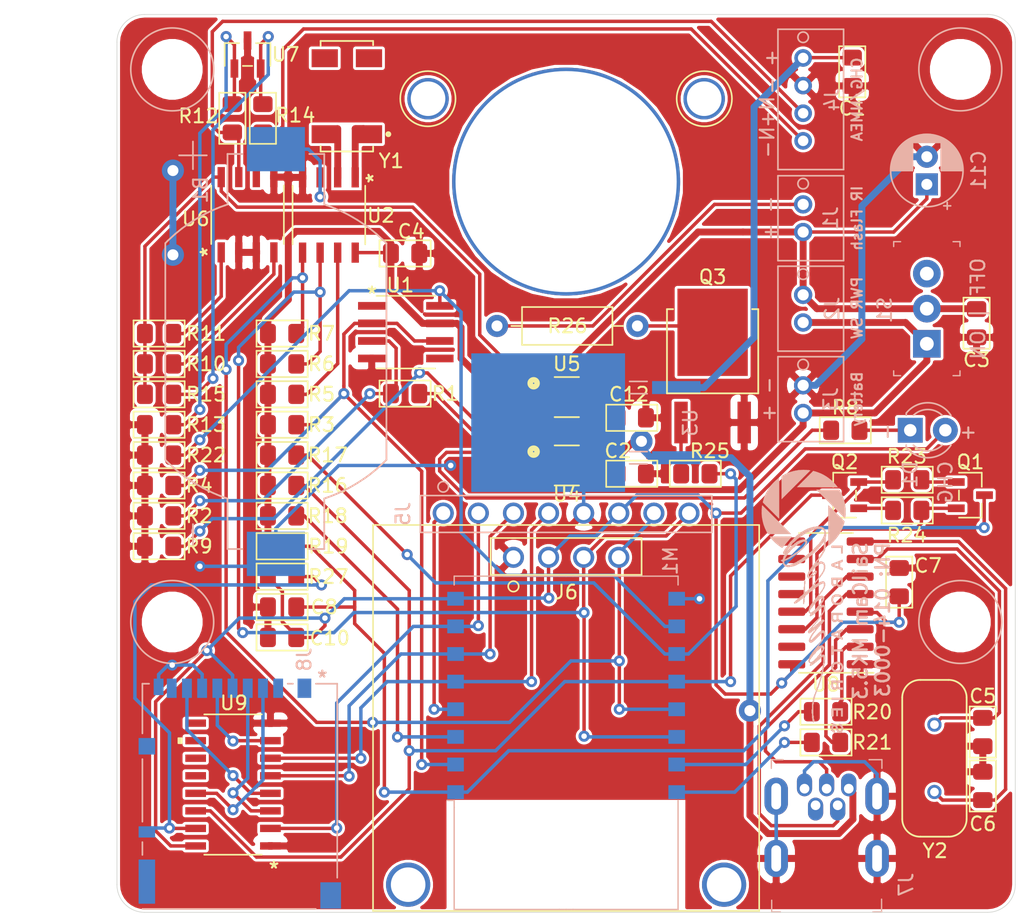
<source format=kicad_pcb>
(kicad_pcb (version 20171130) (host pcbnew "(5.1.5)-3")
  (layers (0 F.Cu signal) (31 B.Cu signal) (34 B.Paste user hide) (35 F.Paste user hide) (36 B.SilkS user) (37 F.SilkS user) (38 B.Mask user hide) (39 F.Mask user hide) (44 Edge.Cuts user))
  (net 0 "")
  (net 1 GND)
  (net 2 "Net-(B1-Pad+)")
  (net 3 /CHG)
  (net 4 VCC)
  (net 5 /Vcc_5v_S)
  (net 6 "Net-(C5-Pad1)")
  (net 7 "Net-(C6-Pad1)")
  (net 8 /Micro/RST)
  (net 9 "Net-(D1-Pad1)")
  (net 10 /IR_CTL)
  (net 11 /NEMA-)
  (net 12 /NEMA+)
  (net 13 /SCL)
  (net 14 /SDA)
  (net 15 /SCK)
  (net 16 /Cam_CS)
  (net 17 "Net-(J7-Pad3)")
  (net 18 "Net-(J7-Pad2)")
  (net 19 "Net-(J8-Pad9)")
  (net 20 "Net-(J8-Pad8)")
  (net 21 /MicroSD/SD_MISO)
  (net 22 /MicroSD/SD_MOSI)
  (net 23 /MicroSD/SD_CS)
  (net 24 "Net-(J8-Pad1)")
  (net 25 /Micro/Tx0)
  (net 26 /Micro/Rx0)
  (net 27 /Micro/GPIO2)
  (net 28 /SD_CS)
  (net 29 "Net-(M1-Pad3)")
  (net 30 /ADC0)
  (net 31 "Net-(Q1-Pad2)")
  (net 32 "Net-(Q1-Pad1)")
  (net 33 "Net-(Q2-Pad2)")
  (net 34 "Net-(Q2-Pad1)")
  (net 35 "Net-(Q3-Pad4)")
  (net 36 "Net-(Q3-Pad1)")
  (net 37 "Net-(R1-Pad2)")
  (net 38 "Net-(R5-Pad2)")
  (net 39 "Net-(R8-Pad1)")
  (net 40 "Net-(R9-Pad2)")
  (net 41 /NEMA_Tx)
  (net 42 /NEMA_Rx)
  (net 43 "Net-(R12-Pad2)")
  (net 44 "Net-(R14-Pad2)")
  (net 45 "Net-(R20-Pad1)")
  (net 46 "Net-(R21-Pad1)")
  (net 47 /OpAmpEN)
  (net 48 "Net-(U2-Pad2)")
  (net 49 "Net-(U2-Pad1)")
  (net 50 "Net-(U5-Pad4)")
  (net 51 "Net-(U8-Pad15)")
  (net 52 "Net-(U8-Pad12)")
  (net 53 "Net-(U8-Pad11)")
  (net 54 "Net-(U8-Pad10)")
  (net 55 "Net-(U8-Pad9)")
  (net 56 "Net-(U9-Pad12)")
  (net 57 "Net-(U9-Pad11)")
  (net 58 "Net-(U9-Pad10)")
  (net 59 "Net-(U9-Pad9)")
  (net 60 /MicroSD/SD_SCK)
  (net 61 /Vcc_5v)
  (net 62 /MISO)
  (net 63 /MOSI)
  (net 64 /Bat_Chg_Vcc)
  (net 65 "Net-(U1-Pad5)")
  (net 66 "Net-(U1-Pad1)")
  (net 67 "Net-(J7-Pad4)")
  (module footprints:C_0805_2012Metric_Pad1.15x1.40mm_HandSolder_FullSilk (layer F.Cu) (at 111.79 104.11)
    (fp_text reference R27 (at 3.35 0) (layer F.SilkS))
    (fp_text value "10 KΩ")
    (pad 2 smd roundrect (at 1.025 0) (size 1.15 1.4) (layers F.Cu F.Paste F.Mask) (roundrect_rratio 0.217391) (net 19 "Net-(J8-Pad9)"))
    (pad 1 smd roundrect (at -1.025 0) (size 1.15 1.4) (layers F.Cu F.Paste F.Mask) (roundrect_rratio 0.217391) (net 4 VCC))
  )
  (module custom:octana_laboratories_logo (layer B.Cu) (at 149.54 105.91 270)
    (fp_text reference G*** hide)
    (fp_text value LOGO hide)
  )
  (module footprints:BAT_BU2032SM-BT-GTR (layer B.Cu) (at 111.34 87.81 270)
    (fp_text reference B1 (at -11.7 5.45 270) (layer B.SilkS) (effects (font (size 1.00178 1.00178)) (justify mirror)))
    (fp_text value BU2032SM-BT-GTR)
    (pad - smd rect (at 14.65 0 270) (size 3.2 4.2) (layers B.Cu B.Paste B.Mask) (net 1 GND))
    (pad + smd rect (at -14.65 0 270) (size 3.2 4.2) (layers B.Cu B.Paste B.Mask) (net 2 "Net-(B1-Pad+)"))
  )
  (module footprints:SSW-104-02-G-S_OLED (layer F.Cu) (at 132.34 102.91 180)
    (fp_text reference J6 (at 0 -2.3225 180) (layer F.SilkS))
    (fp_text value SSW-104-02-G-S)
    (pad "" thru_hole circle (at -11.43 -23.5 180) (size 3.2 3.2) (drill 2.5) (layers *.Cu *.Mask))
    (pad "" thru_hole circle (at 11.43 -23.5 180) (size 3.2 3.2) (drill 2.5) (layers *.Cu *.Mask))
    (pad 4 thru_hole circle (at -3.81 0.2 90) (size 1.524 1.524) (drill 1.016) (layers *.Cu *.Mask) (net 14 /SDA))
    (pad 3 thru_hole circle (at -1.27 0.2 90) (size 1.524 1.524) (drill 1.016) (layers *.Cu *.Mask) (net 13 /SCL))
    (pad 2 thru_hole circle (at 1.27 0.2 90) (size 1.524 1.524) (drill 1.016) (layers *.Cu *.Mask) (net 4 VCC))
    (pad 1 thru_hole circle (at 3.81 0.2 90) (size 1.524 1.524) (drill 1.016) (layers *.Cu *.Mask) (net 1 GND))
  )
  (module custom:TO228P1003X240-3N (layer F.Cu) (at 142.94 88.86 90)
    (fp_text reference Q3 (at 6.45 0 180) (layer F.SilkS))
    (fp_text value AOD1N60)
    (pad 4 smd rect (at 2.44 0 90) (size 6.32 5.09) (layers F.Cu F.Mask) (net 35 "Net-(Q3-Pad4)"))
    (pad 3 smd rect (at -4.09 2.286 90) (size 3.02 0.97) (layers F.Cu F.Paste F.Mask) (net 1 GND))
    (pad 1 smd rect (at -4.09 -2.286 90) (size 3.02 0.97) (layers F.Cu F.Paste F.Mask) (net 36 "Net-(Q3-Pad1)"))
  )
  (module Resistor_THT:R_Axial_DIN0207_L6.3mm_D2.5mm_P10.16mm_Horizontal (layer F.Cu) (at 127.34 85.96)
    (fp_text reference R26 (at 5.1 0) (layer F.SilkS))
    (fp_text value "10 KΩ")
    (pad 2 thru_hole oval (at 10.16 0) (size 1.6 1.6) (drill 0.8) (layers *.Cu *.Mask) (net 35 "Net-(Q3-Pad4)"))
    (pad 1 thru_hole circle (at 0 0) (size 1.6 1.6) (drill 0.8) (layers *.Cu *.Mask) (net 10 /IR_CTL))
  )
  (module footprints:MAX485CSA&plus_ (layer F.Cu) (at 109.29 77.91 90)
    (fp_text reference U6 (at -0.3 -3.75 180) (layer F.SilkS))
    (fp_text value MAX485CSA+)
    (fp_text user * (at -2.7 -2.85 90) (layer F.SilkS))
    (fp_text user * (at -2.7 -2.85 90) (layer F.SilkS))
    (pad 8 smd rect (at 2.72415 -1.905 90) (size 1.4605 0.5334) (layers F.Cu F.Paste F.Mask) (net 61 /Vcc_5v))
    (pad 7 smd rect (at 2.72415 -0.635 90) (size 1.4605 0.5334) (layers F.Cu F.Paste F.Mask) (net 12 /NEMA+))
    (pad 6 smd rect (at 2.72415 0.635 90) (size 1.4605 0.5334) (layers F.Cu F.Paste F.Mask) (net 11 /NEMA-))
    (pad 5 smd rect (at 2.72415 1.905 90) (size 1.4605 0.5334) (layers F.Cu F.Paste F.Mask) (net 1 GND))
    (pad 4 smd rect (at -2.72415 1.905 90) (size 1.4605 0.5334) (layers F.Cu F.Paste F.Mask) (net 41 /NEMA_Tx))
    (pad 3 smd rect (at -2.72415 0.635 90) (size 1.4605 0.5334) (layers F.Cu F.Paste F.Mask) (net 1 GND))
    (pad 2 smd rect (at -2.72415 -0.635 90) (size 1.4605 0.5334) (layers F.Cu F.Paste F.Mask) (net 1 GND))
    (pad 1 smd rect (at -2.72415 -1.905 90) (size 1.4605 0.5334) (layers F.Cu F.Paste F.Mask) (net 42 /NEMA_Rx))
  )
  (module footprints:SM712.TCT (layer F.Cu) (at 109.29 66.31)
    (fp_text reference U7 (at 2.75 0 180) (layer F.SilkS))
    (fp_text value SM712.TCT)
    (pad 3 smd rect (at 0 -1.016) (size 0.5588 1.3208) (layers F.Cu F.Paste F.Mask) (net 1 GND))
    (pad 2 smd rect (at 0.950001 1.016) (size 0.5588 1.3208) (layers F.Cu F.Paste F.Mask) (net 44 "Net-(R14-Pad2)"))
    (pad 1 smd rect (at -0.950001 1.016) (size 0.5588 1.3208) (layers F.Cu F.Paste F.Mask) (net 43 "Net-(R12-Pad2)"))
  )
  (module footprints:B4B-PH-K-SLFSN (layer B.Cu) (at 149.49 66.56 90)
    (fp_text reference J4 (at -3 2.1 270) (layer B.SilkS) (effects (justify mirror)))
    (fp_text value B4B-PH-K-SLFSN)
    (fp_text user CHG/NMEA (at -3 3.9 270) (layer B.SilkS) (effects (font (size 0.75 0.75)) (justify mirror)))
    (fp_text user + (at 0 -2.3 90) (layer B.SilkS) (effects (justify mirror)))
    (fp_text user - (at -2 -2.3 90) (layer B.SilkS) (effects (justify mirror)))
    (fp_text user N+ (at -3.9 -2.6 90) (layer B.SilkS) (effects (justify mirror)))
    (fp_text user N- (at -6.1 -2.6 90) (layer B.SilkS) (effects (justify mirror)))
    (pad 4 thru_hole circle (at -5.999998 0 90) (size 1.27 1.27) (drill 0.762) (layers *.Cu *.Mask) (net 11 /NEMA-))
    (pad 3 thru_hole circle (at -4 0 90) (size 1.27 1.27) (drill 0.762) (layers *.Cu *.Mask) (net 12 /NEMA+))
    (pad 2 thru_hole circle (at -1.999999 0 90) (size 1.27 1.27) (drill 0.762) (layers *.Cu *.Mask) (net 1 GND))
    (pad 1 thru_hole circle (at 0 0 90) (size 1.27 1.27) (drill 0.762) (layers *.Cu *.Mask) (net 3 /CHG))
  )
  (module footprints:B2B-PH-K-SLFSN (layer B.Cu) (at 149.49 83.71 90)
    (fp_text reference J2 (at -1 2.1 90) (layer B.SilkS) (effects (justify mirror)))
    (fp_text value B2B-PH-K-SLFSN)
    (fp_text user "PWR SW" (at -0.9525 3.9 90) (layer B.SilkS) (effects (font (size 0.75 0.75)) (justify mirror)))
    (pad 2 thru_hole circle (at -2.000001 0 90) (size 1.3208 1.3208) (drill 0.8128) (layers *.Cu *.Mask) (net 5 /Vcc_5v_S))
    (pad 1 thru_hole circle (at 0.000001 0 90) (size 1.3208 1.3208) (drill 0.8128) (layers *.Cu *.Mask) (net 61 /Vcc_5v))
  )
  (module footprints:B2B-PH-K-SLFSN (layer B.Cu) (at 149.49 90.26 90)
    (fp_text reference J3 (at -1 2 90) (layer B.SilkS) (effects (justify mirror)))
    (fp_text value B2B-PH-K-SLFSN)
    (fp_text user Battery (at -1 3.9 90) (layer B.SilkS) (effects (font (size 0.75 0.75)) (justify mirror)))
    (fp_text user + (at -2 -2.5 90) (layer B.SilkS) (effects (justify mirror)))
    (fp_text user - (at 0 -2.5 90) (layer B.SilkS) (effects (justify mirror)))
    (pad 2 thru_hole circle (at -2.000001 0 90) (size 1.3208 1.3208) (drill 0.8128) (layers *.Cu *.Mask) (net 5 /Vcc_5v_S))
    (pad 1 thru_hole circle (at 0.000001 0 90) (size 1.3208 1.3208) (drill 0.8128) (layers *.Cu *.Mask) (net 1 GND))
  )
  (module footprints:B2B-PH-K-SLFSN (layer B.Cu) (at 149.49 77.16 90)
    (fp_text reference J1 (at -1 2 270) (layer B.SilkS) (effects (justify mirror)))
    (fp_text value B2B-PH-K-SLFSN)
    (fp_text user "IR Flash" (at -1 3.9 270) (layer B.SilkS) (effects (font (size 0.75 0.75)) (justify mirror)))
    (fp_text user - (at 0 -2.4 90) (layer B.SilkS) (effects (justify mirror)))
    (fp_text user + (at -2 -2.4 90) (layer B.SilkS) (effects (justify mirror)))
    (pad 2 thru_hole circle (at -2.000001 0 90) (size 1.3208 1.3208) (drill 0.8128) (layers *.Cu *.Mask) (net 61 /Vcc_5v))
    (pad 1 thru_hole circle (at 0.000001 0 90) (size 1.3208 1.3208) (drill 0.8128) (layers *.Cu *.Mask) (net 10 /IR_CTL))
  )
  (module digikey-footprints:USB_Mini_B_Female_548190519 (layer B.Cu) (at 151.19 119.46 90)
    (fp_text reference J7 (at -6.95 5.75 270) (layer B.SilkS) (effects (justify mirror)))
    (fp_text value USB_B_Mini)
    (pad SH thru_hole oval (at -0.55 -3.65 90) (size 2.7 1.7) (drill oval 1.9 0.7) (layers *.Cu *.Mask) (net 1 GND))
    (pad SH thru_hole oval (at -0.55 3.65 90) (size 2.7 1.7) (drill oval 1.9 0.7) (layers *.Cu *.Mask) (net 1 GND))
    (pad SH thru_hole oval (at -5.05 -3.65 90) (size 2.7 1.7) (drill oval 1.9 0.7) (layers *.Cu *.Mask) (net 1 GND))
    (pad SH thru_hole oval (at -5.05 3.65 90) (size 2.7 1.7) (drill oval 1.9 0.7) (layers *.Cu *.Mask) (net 1 GND))
    (pad 4 thru_hole oval (at -1.2 -0.8 90) (size 1.65 1.1) (drill 0.7 (offset -0.275 0)) (layers *.Cu *.Mask) (net 67 "Net-(J7-Pad4)"))
    (pad 2 thru_hole oval (at -1.2 0.8 90) (size 1.65 1.1) (drill 0.7 (offset -0.275 0)) (layers *.Cu *.Mask) (net 18 "Net-(J7-Pad2)"))
    (pad 5 thru_hole oval (at 0 -1.6 90) (size 1.65 1.1) (drill 0.7 (offset 0.275 0)) (layers *.Cu *.Mask) (net 1 GND))
    (pad 1 thru_hole oval (at 0 1.6 90) (size 1.65 1.1) (drill 0.7 (offset 0.275 0)) (layers *.Cu *.Mask) (net 64 /Bat_Chg_Vcc))
    (pad 3 thru_hole oval (at 0 0 90) (size 1.65 1.1) (drill 0.7 (offset 0.275 0)) (layers *.Cu *.Mask) (net 17 "Net-(J7-Pad3)"))
  )
  (module footprints:NCV7805BD2TG (layer B.Cu) (at 131.04 92.96 270)
    (fp_text reference U3 (at 0 -10.287 270) (layer B.SilkS) (effects (justify mirror)))
    (fp_text value NCV7805BD2TG)
    (pad 3 smd rect (at 2.54 -9.271 270) (size 0.9398 3.5052) (layers B.Cu B.Paste B.Mask) (net 64 /Bat_Chg_Vcc))
    (pad 2 smd rect (at 0 0 270) (size 10.033 11.1252) (layers B.Cu B.Paste B.Mask) (net 1 GND))
    (pad 1 smd rect (at -2.54 -9.271 270) (size 0.9398 3.5052) (layers B.Cu B.Paste B.Mask) (net 3 /CHG))
  )
  (module custom:ADA4841-1YRZ-R7 (layer F.Cu) (at 120.74 86.41)
    (fp_text reference U1 (at -0.4 -3.4) (layer F.SilkS))
    (fp_text value ADA4841-1YRZ-R7)
    (fp_text user * (at -2.45 -2.75) (layer F.SilkS))
    (fp_text user * (at -2.45 -2.75) (layer F.SilkS))
    (pad 8 smd rect (at 2.4638 -1.905) (size 1.9812 0.5588) (layers F.Cu F.Paste F.Mask) (net 47 /OpAmpEN))
    (pad 7 smd rect (at 2.4638 -0.635) (size 1.9812 0.5588) (layers F.Cu F.Paste F.Mask) (net 4 VCC))
    (pad 6 smd rect (at 2.4638 0.635) (size 1.9812 0.5588) (layers F.Cu F.Paste F.Mask) (net 30 /ADC0))
    (pad 5 smd rect (at 2.4638 1.905) (size 1.9812 0.5588) (layers F.Cu F.Paste F.Mask) (net 65 "Net-(U1-Pad5)"))
    (pad 4 smd rect (at -2.4638 1.905) (size 1.9812 0.5588) (layers F.Cu F.Paste F.Mask) (net 1 GND))
    (pad 3 smd rect (at -2.4638 0.635) (size 1.9812 0.5588) (layers F.Cu F.Paste F.Mask) (net 37 "Net-(R1-Pad2)"))
    (pad 2 smd rect (at -2.4638 -0.635) (size 1.9812 0.5588) (layers F.Cu F.Paste F.Mask) (net 30 /ADC0))
    (pad 1 smd rect (at -2.4638 -1.905) (size 1.9812 0.5588) (layers F.Cu F.Paste F.Mask) (net 66 "Net-(U1-Pad1)"))
  )
  (module footprints:SSW-108-02-G-S (layer B.Cu) (at 132.34 99.51)
    (fp_text reference J5 (at -11.8 0.05 90) (layer B.SilkS) (effects (justify mirror)))
    (fp_text value SSW-108-02-G-S)
    (pad 8 thru_hole circle (at 8.89 0 270) (size 1.524 1.524) (drill 1.016) (layers *.Cu *.Mask) (net 13 /SCL))
    (pad 7 thru_hole circle (at 6.35 0 270) (size 1.524 1.524) (drill 1.016) (layers *.Cu *.Mask) (net 14 /SDA))
    (pad 6 thru_hole circle (at 3.81 0 270) (size 1.524 1.524) (drill 1.016) (layers *.Cu *.Mask) (net 4 VCC))
    (pad 5 thru_hole circle (at 1.27 0 270) (size 1.524 1.524) (drill 1.016) (layers *.Cu *.Mask) (net 1 GND))
    (pad 4 thru_hole circle (at -1.27 0 270) (size 1.524 1.524) (drill 1.016) (layers *.Cu *.Mask) (net 15 /SCK))
    (pad 3 thru_hole circle (at -3.81 0 270) (size 1.524 1.524) (drill 1.016) (layers *.Cu *.Mask) (net 62 /MISO))
    (pad 2 thru_hole circle (at -6.35 0 270) (size 1.524 1.524) (drill 1.016) (layers *.Cu *.Mask) (net 63 /MOSI))
    (pad 1 thru_hole circle (at -8.89 0 270) (size 1.524 1.524) (drill 1.016) (layers *.Cu *.Mask) (net 16 /Cam_CS))
    (pad "" thru_hole circle (at -9.99 -30) (size 3 3) (drill 2.5) (layers *.Cu *.Mask))
    (pad "" thru_hole circle (at 9.99 -30) (size 3 3) (drill 2.5) (layers *.Cu *.Mask))
    (pad "" thru_hole circle (at 0 -24) (size 16.5 16.5) (drill 16) (layers *.Cu *.Mask))
  )
  (module digikey-footprints:WIFI_Module_ESP8266_2491 (layer B.Cu) (at 132.34 112.71)
    (fp_text reference M1 (at 7.55 -9.75 90) (layer B.SilkS) (effects (justify mirror)))
    (fp_text value 2491)
    (pad 16 smd rect (at 8 7) (size 1.2 1) (layers B.Cu B.Paste B.Mask) (net 25 /Micro/Tx0))
    (pad 15 smd rect (at 8 5) (size 1.2 1) (layers B.Cu B.Paste B.Mask) (net 26 /Micro/Rx0))
    (pad 14 smd rect (at 8 3) (size 1.2 1) (layers B.Cu B.Paste B.Mask) (net 13 /SCL))
    (pad 13 smd rect (at 8 1) (size 1.2 1) (layers B.Cu B.Paste B.Mask) (net 14 /SDA))
    (pad 12 smd rect (at 8 -1) (size 1.2 1) (layers B.Cu B.Paste B.Mask) (net 28 /SD_CS))
    (pad 11 smd rect (at 8 -3) (size 1.2 1) (layers B.Cu B.Paste B.Mask) (net 27 /Micro/GPIO2))
    (pad 10 smd rect (at 8 -5) (size 1.2 1) (layers B.Cu B.Paste B.Mask) (net 47 /OpAmpEN))
    (pad 9 smd rect (at 8 -7) (size 1.2 1) (layers B.Cu B.Paste B.Mask) (net 1 GND))
    (pad 8 smd rect (at -8 -7) (size 1.2 1) (layers B.Cu B.Paste B.Mask) (net 4 VCC))
    (pad 7 smd rect (at -8 -5) (size 1.2 1) (layers B.Cu B.Paste B.Mask) (net 63 /MOSI))
    (pad 6 smd rect (at -8 -3) (size 1.2 1) (layers B.Cu B.Paste B.Mask) (net 62 /MISO))
    (pad 5 smd rect (at -8 -1) (size 1.2 1) (layers B.Cu B.Paste B.Mask) (net 15 /SCK))
    (pad 4 smd rect (at -8 1) (size 1.2 1) (layers B.Cu B.Paste B.Mask) (net 16 /Cam_CS))
    (pad 3 smd rect (at -8 3) (size 1.2 1) (layers B.Cu B.Paste B.Mask) (net 29 "Net-(M1-Pad3)"))
    (pad 2 smd rect (at -8 5) (size 1.2 1) (layers B.Cu B.Paste B.Mask) (net 30 /ADC0))
    (pad 1 smd rect (at -8 7) (size 1.2 1) (layers B.Cu B.Paste B.Mask) (net 8 /Micro/RST))
  )
  (module digikey-footprints:Switch_Toggle_ATE1D-2M3-10-Z (layer B.Cu) (at 158.44 84.71 90)
    (fp_text reference S1 (at -0.1 -3.05 270) (layer B.SilkS) (effects (justify mirror)))
    (fp_text value SW_SPST)
    (fp_text user "OFF | ON" (at 0 3.7 90) (layer B.SilkS) (effects (justify mirror)))
    (pad 3 thru_hole circle (at 2.54 0 90) (size 2 2) (drill 1) (layers *.Cu *.Mask))
    (pad 2 thru_hole circle (at 0 0 90) (size 2 2) (drill 1) (layers *.Cu *.Mask) (net 61 /Vcc_5v))
    (pad 1 thru_hole rect (at -2.54 0 90) (size 2 2) (drill 1) (layers *.Cu *.Mask) (net 5 /Vcc_5v_S))
  )
  (module LED_THT:LED_D3.0mm (layer B.Cu) (at 157.24 93.51)
    (fp_text reference D1 (at 0 3.2 90) (layer B.SilkS) (effects (justify mirror)))
    (fp_text value LED)
    (fp_text user CHG (at 2.55 3.75 270) (layer B.SilkS) (effects (justify mirror)))
    (fp_text user + (at 4.2 0.1) (layer B.SilkS) (effects (justify mirror)))
    (fp_text user - (at -1.7 0.1 90) (layer B.SilkS) (effects (justify mirror)))
    (pad 2 thru_hole circle (at 2.54 0) (size 1.8 1.8) (drill 0.9) (layers *.Cu *.Mask) (net 4 VCC))
    (pad 1 thru_hole rect (at 0 0) (size 1.8 1.8) (drill 0.9) (layers *.Cu *.Mask) (net 9 "Net-(D1-Pad1)"))
  )
  (module MountingHole:MountingHole_4mm (layer F.Cu) (at 160.8635 67.3865)
    (fp_text reference REF**)
    (fp_text value MountingHole_4mm)
    (pad 1 np_thru_hole circle (at 0 0) (size 4 4) (drill 4) (layers *.Cu *.Mask))
  )
  (module MountingHole:MountingHole_4mm (layer F.Cu) (at 103.8405 67.3865)
    (fp_text reference REF**)
    (fp_text value MountingHole_4mm)
    (pad 1 np_thru_hole circle (at 0 0) (size 4 4) (drill 4) (layers *.Cu *.Mask))
  )
  (module MountingHole:MountingHole_4mm (layer F.Cu) (at 160.8635 107.3915)
    (fp_text reference REF**)
    (fp_text value MountingHole_4mm)
    (pad 1 np_thru_hole circle (at 0 0) (size 4 4) (drill 4) (layers *.Cu *.Mask))
  )
  (module MountingHole:MountingHole_4mm (layer F.Cu) (at 103.8405 107.3915)
    (fp_text reference REF**)
    (fp_text value MountingHole_4mm)
    (pad 1 np_thru_hole circle (at 0 0) (size 4 4) (drill 4) (layers *.Cu *.Mask))
  )
  (module footprints:SS8050-G (layer F.Cu) (at 152.49 98.21 90)
    (fp_text reference Q2 (at 2.4 0 180) (layer F.SilkS))
    (fp_text value SS8050-G)
    (pad 3 smd rect (at 0 -1.021 90) (size 0.5588 1.2192) (layers F.Cu F.Paste F.Mask) (net 28 /SD_CS))
    (pad 2 smd rect (at 0.950001 1.020999 90) (size 0.5588 1.2192) (layers F.Cu F.Paste F.Mask) (net 33 "Net-(Q2-Pad2)"))
    (pad 1 smd rect (at -0.950001 1.020999 90) (size 0.5588 1.2192) (layers F.Cu F.Paste F.Mask) (net 34 "Net-(Q2-Pad1)"))
  )
  (module footprints:SS8050-G (layer F.Cu) (at 161.59 98.21 270)
    (fp_text reference Q1 (at -2.4 0 180) (layer F.SilkS))
    (fp_text value SS8050-G)
    (pad 3 smd rect (at 0 -1.021 270) (size 0.5588 1.2192) (layers F.Cu F.Paste F.Mask) (net 8 /Micro/RST))
    (pad 2 smd rect (at 0.950001 1.020999 270) (size 0.5588 1.2192) (layers F.Cu F.Paste F.Mask) (net 31 "Net-(Q1-Pad2)"))
    (pad 1 smd rect (at -0.950001 1.020999 270) (size 0.5588 1.2192) (layers F.Cu F.Paste F.Mask) (net 32 "Net-(Q1-Pad1)"))
  )
  (module footprints:SOT95P280X100-5N (layer F.Cu) (at 132.39 91.11)
    (fp_text reference U5 (at 0 -2.4 180) (layer F.SilkS))
    (fp_text value XC6220B331MR-G)
    (pad 5 smd rect (at 1.185 -0.95) (size 1.26 0.55) (layers F.Cu F.Paste F.Mask) (net 4 VCC))
    (pad 4 smd rect (at 1.185 0.95) (size 1.26 0.55) (layers F.Cu F.Paste F.Mask) (net 50 "Net-(U5-Pad4)"))
    (pad 3 smd rect (at -1.185 0.95) (size 1.26 0.55) (layers F.Cu F.Paste F.Mask) (net 61 /Vcc_5v))
    (pad 2 smd rect (at -1.185 0) (size 1.26 0.55) (layers F.Cu F.Paste F.Mask) (net 1 GND))
    (pad 1 smd rect (at -1.185 -0.95) (size 1.26 0.55) (layers F.Cu F.Paste F.Mask) (net 61 /Vcc_5v))
  )
  (module Capacitor_THT:CP_Radial_D5.0mm_P2.00mm (layer B.Cu) (at 158.44 75.71 90)
    (fp_text reference C11 (at 1 3.75 90) (layer B.SilkS) (effects (justify mirror)))
    (fp_text value "100 uF")
    (pad 2 thru_hole circle (at 2 0 90) (size 1.6 1.6) (drill 0.8) (layers *.Cu *.Mask) (net 1 GND))
    (pad 1 thru_hole rect (at 0 0 90) (size 1.6 1.6) (drill 0.8) (layers *.Cu *.Mask) (net 61 /Vcc_5v))
  )
  (module footprints:XTAL_ECS-120-20-4X (layer F.Cu) (at 158.99 117.26 270)
    (fp_text reference Y2 (at 6.7 -0.05 180) (layer F.SilkS) (effects (font (size 1.000811 1.000811))))
    (fp_text value ECS-120-20-4X)
    (pad 1 thru_hole circle (at -2.44 0 270) (size 1.03 1.03) (drill 0.63) (layers *.Cu *.Mask) (net 6 "Net-(C5-Pad1)"))
    (pad 2 thru_hole circle (at 2.44 0 270) (size 1.03 1.03) (drill 0.63) (layers *.Cu *.Mask) (net 7 "Net-(C6-Pad1)"))
  )
  (module footprints:XTAL_ABS25-32.768KHZ-6-1-T (layer F.Cu) (at 116.476 69.328 180)
    (fp_text reference Y1 (at -3.214 -4.682) (layer F.SilkS))
    (fp_text value ABS25-32.768KHZ-6-1-T)
    (pad 4 smd rect (at 1.6 -2.75 180) (size 1.9 1.3) (layers F.Cu F.Paste F.Mask) (net 48 "Net-(U2-Pad2)"))
    (pad 3 smd rect (at 1.6 2.75 180) (size 1.9 1.3) (layers F.Cu F.Paste F.Mask))
    (pad 2 smd rect (at -1.6 2.75 180) (size 1.9 1.3) (layers F.Cu F.Paste F.Mask))
    (pad 1 smd rect (at -1.6 -2.75 180) (size 1.9 1.3) (layers F.Cu F.Paste F.Mask) (net 49 "Net-(U2-Pad1)"))
  )
  (module footprints:MC74HC365ADG (layer F.Cu) (at 108.24 119.16 180)
    (fp_text reference U9 (at -0.0635 5.9055) (layer F.SilkS))
    (fp_text value MC74HC365ADG)
    (fp_text user * (at -2.9591 -6.1214) (layer F.SilkS))
    (fp_text user * (at -2.9591 -6.1214) (layer F.SilkS))
    (pad 16 smd rect (at 2.7051 -4.445 180) (size 1.4986 0.5334) (layers F.Cu F.Paste F.Mask) (net 4 VCC))
    (pad 15 smd rect (at 2.7051 -3.175 180) (size 1.4986 0.5334) (layers F.Cu F.Paste F.Mask) (net 19 "Net-(J8-Pad9)"))
    (pad 14 smd rect (at 2.7051 -1.905 180) (size 1.4986 0.5334) (layers F.Cu F.Paste F.Mask) (net 28 /SD_CS))
    (pad 13 smd rect (at 2.7051 -0.635 180) (size 1.4986 0.5334) (layers F.Cu F.Paste F.Mask) (net 23 /MicroSD/SD_CS))
    (pad 12 smd rect (at 2.7051 0.635 180) (size 1.4986 0.5334) (layers F.Cu F.Paste F.Mask) (net 56 "Net-(U9-Pad12)"))
    (pad 11 smd rect (at 2.7051 1.905 180) (size 1.4986 0.5334) (layers F.Cu F.Paste F.Mask) (net 57 "Net-(U9-Pad11)"))
    (pad 10 smd rect (at 2.7051 3.175 180) (size 1.4986 0.5334) (layers F.Cu F.Paste F.Mask) (net 58 "Net-(U9-Pad10)"))
    (pad 9 smd rect (at 2.7051 4.445 180) (size 1.4986 0.5334) (layers F.Cu F.Paste F.Mask) (net 59 "Net-(U9-Pad9)"))
    (pad 8 smd rect (at -2.7051 4.445 180) (size 1.4986 0.5334) (layers F.Cu F.Paste F.Mask) (net 1 GND))
    (pad 7 smd rect (at -2.7051 3.175 180) (size 1.4986 0.5334) (layers F.Cu F.Paste F.Mask) (net 60 /MicroSD/SD_SCK))
    (pad 6 smd rect (at -2.7051 1.905 180) (size 1.4986 0.5334) (layers F.Cu F.Paste F.Mask) (net 15 /SCK))
    (pad 5 smd rect (at -2.7051 0.635 180) (size 1.4986 0.5334) (layers F.Cu F.Paste F.Mask) (net 62 /MISO))
    (pad 4 smd rect (at -2.7051 -0.635 180) (size 1.4986 0.5334) (layers F.Cu F.Paste F.Mask) (net 21 /MicroSD/SD_MISO))
    (pad 3 smd rect (at -2.7051 -1.905 180) (size 1.4986 0.5334) (layers F.Cu F.Paste F.Mask) (net 22 /MicroSD/SD_MOSI))
    (pad 2 smd rect (at -2.7051 -3.175 180) (size 1.4986 0.5334) (layers F.Cu F.Paste F.Mask) (net 63 /MOSI))
    (pad 1 smd rect (at -2.7051 -4.445 180) (size 1.4986 0.5334) (layers F.Cu F.Paste F.Mask) (net 1 GND))
  )
  (module Package_SO:SOIC-16_3.9x9.9mm_P1.27mm (layer F.Cu) (at 151.14 106.01 180)
    (fp_text reference U8 (at 0 -5.9) (layer F.SilkS))
    (fp_text value CH340G)
    (pad 1 smd roundrect (at -2.475 -4.445 180) (size 1.95 0.6) (layers F.Cu F.Paste F.Mask) (net 1 GND))
    (pad 2 smd roundrect (at -2.475 -3.175 180) (size 1.95 0.6) (layers F.Cu F.Paste F.Mask) (net 45 "Net-(R20-Pad1)"))
    (pad 3 smd roundrect (at -2.475 -1.905 180) (size 1.95 0.6) (layers F.Cu F.Paste F.Mask) (net 46 "Net-(R21-Pad1)"))
    (pad 4 smd roundrect (at -2.475 -0.635 180) (size 1.95 0.6) (layers F.Cu F.Paste F.Mask) (net 4 VCC))
    (pad 5 smd roundrect (at -2.475 0.635 180) (size 1.95 0.6) (layers F.Cu F.Paste F.Mask) (net 17 "Net-(J7-Pad3)"))
    (pad 6 smd roundrect (at -2.475 1.905 180) (size 1.95 0.6) (layers F.Cu F.Paste F.Mask) (net 18 "Net-(J7-Pad2)"))
    (pad 7 smd roundrect (at -2.475 3.175 180) (size 1.95 0.6) (layers F.Cu F.Paste F.Mask) (net 6 "Net-(C5-Pad1)"))
    (pad 8 smd roundrect (at -2.475 4.445 180) (size 1.95 0.6) (layers F.Cu F.Paste F.Mask) (net 7 "Net-(C6-Pad1)"))
    (pad 9 smd roundrect (at 2.475 4.445 180) (size 1.95 0.6) (layers F.Cu F.Paste F.Mask) (net 55 "Net-(U8-Pad9)"))
    (pad 10 smd roundrect (at 2.475 3.175 180) (size 1.95 0.6) (layers F.Cu F.Paste F.Mask) (net 54 "Net-(U8-Pad10)"))
    (pad 11 smd roundrect (at 2.475 1.905 180) (size 1.95 0.6) (layers F.Cu F.Paste F.Mask) (net 53 "Net-(U8-Pad11)"))
    (pad 12 smd roundrect (at 2.475 0.635 180) (size 1.95 0.6) (layers F.Cu F.Paste F.Mask) (net 52 "Net-(U8-Pad12)"))
    (pad 13 smd roundrect (at 2.475 -0.635 180) (size 1.95 0.6) (layers F.Cu F.Paste F.Mask) (net 33 "Net-(Q2-Pad2)"))
    (pad 14 smd roundrect (at 2.475 -1.905 180) (size 1.95 0.6) (layers F.Cu F.Paste F.Mask) (net 31 "Net-(Q1-Pad2)"))
    (pad 15 smd roundrect (at 2.475 -3.175 180) (size 1.95 0.6) (layers F.Cu F.Paste F.Mask) (net 51 "Net-(U8-Pad15)"))
    (pad 16 smd roundrect (at 2.475 -4.445 180) (size 1.95 0.6) (layers F.Cu F.Paste F.Mask) (net 4 VCC))
  )
  (module footprints:SOT95P280X100-5N (layer F.Cu) (at 132.39 96.06)
    (fp_text reference U4 (at 0 2.1) (layer F.SilkS))
    (fp_text value LTC4054ES5-4.2#TRMPBF)
    (pad 5 smd rect (at 1.185 -0.95) (size 1.26 0.55) (layers F.Cu F.Paste F.Mask) (net 40 "Net-(R9-Pad2)"))
    (pad 4 smd rect (at 1.185 0.95) (size 1.26 0.55) (layers F.Cu F.Paste F.Mask) (net 64 /Bat_Chg_Vcc))
    (pad 3 smd rect (at -1.185 0.95) (size 1.26 0.55) (layers F.Cu F.Paste F.Mask) (net 5 /Vcc_5v_S))
    (pad 2 smd rect (at -1.185 0) (size 1.26 0.55) (layers F.Cu F.Paste F.Mask) (net 1 GND))
    (pad 1 smd rect (at -1.185 -0.95) (size 1.26 0.55) (layers F.Cu F.Paste F.Mask) (net 39 "Net-(R8-Pad1)"))
  )
  (module footprints:DS1672S-33&plus_T&R (layer F.Cu) (at 115.176 77.928 270)
    (fp_text reference U2 (at 0.032 -3.764 180) (layer F.SilkS))
    (fp_text value DS1672S-33+T&R)
    (fp_text user * (at -2.668 -3.264 90) (layer F.SilkS))
    (fp_text user * (at -2.668 -3.264 90) (layer F.SilkS))
    (pad 8 smd rect (at 2.72415 -1.905 270) (size 1.4605 0.5334) (layers F.Cu F.Paste F.Mask) (net 4 VCC))
    (pad 7 smd rect (at 2.72415 -0.635 270) (size 1.4605 0.5334) (layers F.Cu F.Paste F.Mask) (net 38 "Net-(R5-Pad2)"))
    (pad 6 smd rect (at 2.72415 0.635 270) (size 1.4605 0.5334) (layers F.Cu F.Paste F.Mask) (net 13 /SCL))
    (pad 5 smd rect (at 2.72415 1.905 270) (size 1.4605 0.5334) (layers F.Cu F.Paste F.Mask) (net 14 /SDA))
    (pad 4 smd rect (at -2.72415 1.905 270) (size 1.4605 0.5334) (layers F.Cu F.Paste F.Mask) (net 1 GND))
    (pad 3 smd rect (at -2.72415 0.635 270) (size 1.4605 0.5334) (layers F.Cu F.Paste F.Mask) (net 2 "Net-(B1-Pad+)"))
    (pad 2 smd rect (at -2.72415 -0.635 270) (size 1.4605 0.5334) (layers F.Cu F.Paste F.Mask) (net 48 "Net-(U2-Pad2)"))
    (pad 1 smd rect (at -2.72415 -1.905 270) (size 1.4605 0.5334) (layers F.Cu F.Paste F.Mask) (net 49 "Net-(U2-Pad1)"))
  )
  (module footprints:C_0805_2012Metric_Pad1.15x1.40mm_HandSolder_FullSilk (layer F.Cu) (at 141.69 96.66 180)
    (fp_text reference R25 (at -1.05 1.65) (layer F.SilkS))
    (fp_text value "1 KΩ")
    (pad 2 smd roundrect (at 1.025 0 180) (size 1.15 1.4) (layers F.Cu F.Paste F.Mask) (roundrect_rratio 0.217391) (net 36 "Net-(Q3-Pad1)"))
    (pad 1 smd roundrect (at -1.025 0 180) (size 1.15 1.4) (layers F.Cu F.Paste F.Mask) (roundrect_rratio 0.217391) (net 27 /Micro/GPIO2))
  )
  (module footprints:C_0805_2012Metric_Pad1.15x1.40mm_HandSolder_FullSilk (layer F.Cu) (at 157.022 99.31 180)
    (fp_text reference R24 (at 0.032 -1.8) (layer F.SilkS))
    (fp_text value "10 KΩ")
    (pad 2 smd roundrect (at 1.025 0 180) (size 1.15 1.4) (layers F.Cu F.Paste F.Mask) (roundrect_rratio 0.217391) (net 34 "Net-(Q2-Pad1)"))
    (pad 1 smd roundrect (at -1.025 0 180) (size 1.15 1.4) (layers F.Cu F.Paste F.Mask) (roundrect_rratio 0.217391) (net 31 "Net-(Q1-Pad2)"))
  )
  (module footprints:C_0805_2012Metric_Pad1.15x1.40mm_HandSolder_FullSilk (layer F.Cu) (at 157.022 97.098)
    (fp_text reference R23 (at -0.032 -1.688) (layer F.SilkS))
    (fp_text value "10 KΩ")
    (pad 2 smd roundrect (at 1.025 0) (size 1.15 1.4) (layers F.Cu F.Paste F.Mask) (roundrect_rratio 0.217391) (net 32 "Net-(Q1-Pad1)"))
    (pad 1 smd roundrect (at -1.025 0) (size 1.15 1.4) (layers F.Cu F.Paste F.Mask) (roundrect_rratio 0.217391) (net 33 "Net-(Q2-Pad2)"))
  )
  (module footprints:C_0805_2012Metric_Pad1.15x1.40mm_HandSolder_FullSilk (layer F.Cu) (at 102.89 95.31 180)
    (fp_text reference R22 (at -3.4 0) (layer F.SilkS))
    (fp_text value "10 KΩ")
    (pad 2 smd roundrect (at 1.025 0 180) (size 1.15 1.4) (layers F.Cu F.Paste F.Mask) (roundrect_rratio 0.217391) (net 1 GND))
    (pad 1 smd roundrect (at -1.025 0 180) (size 1.15 1.4) (layers F.Cu F.Paste F.Mask) (roundrect_rratio 0.217391) (net 47 /OpAmpEN))
  )
  (module footprints:C_0805_2012Metric_Pad1.15x1.40mm_HandSolder_FullSilk (layer F.Cu) (at 151.144 116.11 180)
    (fp_text reference R21 (at -3.346 0) (layer F.SilkS))
    (fp_text value "470 Ω")
    (pad 2 smd roundrect (at 1.025 0 180) (size 1.15 1.4) (layers F.Cu F.Paste F.Mask) (roundrect_rratio 0.217391) (net 25 /Micro/Tx0))
    (pad 1 smd roundrect (at -1.025 0 180) (size 1.15 1.4) (layers F.Cu F.Paste F.Mask) (roundrect_rratio 0.217391) (net 46 "Net-(R21-Pad1)"))
  )
  (module footprints:C_0805_2012Metric_Pad1.15x1.40mm_HandSolder_FullSilk (layer F.Cu) (at 151.144 113.888 180)
    (fp_text reference R20 (at -3.346 -0.022 180) (layer F.SilkS))
    (fp_text value "470 Ω")
    (pad 2 smd roundrect (at 1.025 0 180) (size 1.15 1.4) (layers F.Cu F.Paste F.Mask) (roundrect_rratio 0.217391) (net 26 /Micro/Rx0))
    (pad 1 smd roundrect (at -1.025 0 180) (size 1.15 1.4) (layers F.Cu F.Paste F.Mask) (roundrect_rratio 0.217391) (net 45 "Net-(R20-Pad1)"))
  )
  (module footprints:C_0805_2012Metric_Pad1.15x1.40mm_HandSolder_FullSilk (layer F.Cu) (at 111.79 101.91)
    (fp_text reference R19 (at 3.35 0 180) (layer F.SilkS))
    (fp_text value "10 KΩ")
    (pad 2 smd roundrect (at 1.025 0) (size 1.15 1.4) (layers F.Cu F.Paste F.Mask) (roundrect_rratio 0.217391) (net 8 /Micro/RST))
    (pad 1 smd roundrect (at -1.025 0) (size 1.15 1.4) (layers F.Cu F.Paste F.Mask) (roundrect_rratio 0.217391) (net 4 VCC))
  )
  (module footprints:C_0805_2012Metric_Pad1.15x1.40mm_HandSolder_FullSilk (layer F.Cu) (at 111.79 99.71)
    (fp_text reference R18 (at 3.3 0) (layer F.SilkS))
    (fp_text value "10 KΩ")
    (pad 2 smd roundrect (at 1.025 0) (size 1.15 1.4) (layers F.Cu F.Paste F.Mask) (roundrect_rratio 0.217391) (net 29 "Net-(M1-Pad3)"))
    (pad 1 smd roundrect (at -1.025 0) (size 1.15 1.4) (layers F.Cu F.Paste F.Mask) (roundrect_rratio 0.217391) (net 4 VCC))
  )
  (module footprints:C_0805_2012Metric_Pad1.15x1.40mm_HandSolder_FullSilk (layer F.Cu) (at 111.79 95.31)
    (fp_text reference R17 (at 3.3 0) (layer F.SilkS))
    (fp_text value "10 KΩ")
    (pad 2 smd roundrect (at 1.025 0) (size 1.15 1.4) (layers F.Cu F.Paste F.Mask) (roundrect_rratio 0.217391) (net 27 /Micro/GPIO2))
    (pad 1 smd roundrect (at -1.025 0) (size 1.15 1.4) (layers F.Cu F.Paste F.Mask) (roundrect_rratio 0.217391) (net 4 VCC))
  )
  (module footprints:C_0805_2012Metric_Pad1.15x1.40mm_HandSolder_FullSilk (layer F.Cu) (at 111.79 97.51)
    (fp_text reference R16 (at 3.3 0) (layer F.SilkS))
    (fp_text value "10 KΩ")
    (pad 2 smd roundrect (at 1.025 0) (size 1.15 1.4) (layers F.Cu F.Paste F.Mask) (roundrect_rratio 0.217391) (net 28 /SD_CS))
    (pad 1 smd roundrect (at -1.025 0) (size 1.15 1.4) (layers F.Cu F.Paste F.Mask) (roundrect_rratio 0.217391) (net 4 VCC))
  )
  (module footprints:C_0805_2012Metric_Pad1.15x1.40mm_HandSolder_FullSilk (layer F.Cu) (at 102.89 90.91)
    (fp_text reference R15 (at 3.4 0) (layer F.SilkS))
    (fp_text value "330 Ω")
    (pad 2 smd roundrect (at 1.025 0) (size 1.15 1.4) (layers F.Cu F.Paste F.Mask) (roundrect_rratio 0.217391) (net 44 "Net-(R14-Pad2)"))
    (pad 1 smd roundrect (at -1.025 0) (size 1.15 1.4) (layers F.Cu F.Paste F.Mask) (roundrect_rratio 0.217391) (net 61 /Vcc_5v))
  )
  (module footprints:C_0805_2012Metric_Pad1.15x1.40mm_HandSolder_FullSilk (layer F.Cu) (at 110.4 70.926 90)
    (fp_text reference R14 (at 0.216 2.34 180) (layer F.SilkS))
    (fp_text value "10 Ω")
    (pad 2 smd roundrect (at 1.025 0 90) (size 1.15 1.4) (layers F.Cu F.Paste F.Mask) (roundrect_rratio 0.217391) (net 44 "Net-(R14-Pad2)"))
    (pad 1 smd roundrect (at -1.025 0 90) (size 1.15 1.4) (layers F.Cu F.Paste F.Mask) (roundrect_rratio 0.217391) (net 11 /NEMA-))
  )
  (module footprints:C_0805_2012Metric_Pad1.15x1.40mm_HandSolder_FullSilk (layer F.Cu) (at 102.89 93.11)
    (fp_text reference R13 (at 3.4 0) (layer F.SilkS))
    (fp_text value "330 Ω")
    (pad 2 smd roundrect (at 1.025 0) (size 1.15 1.4) (layers F.Cu F.Paste F.Mask) (roundrect_rratio 0.217391) (net 43 "Net-(R12-Pad2)"))
    (pad 1 smd roundrect (at -1.025 0) (size 1.15 1.4) (layers F.Cu F.Paste F.Mask) (roundrect_rratio 0.217391) (net 1 GND))
  )
  (module footprints:C_0805_2012Metric_Pad1.15x1.40mm_HandSolder_FullSilk (layer F.Cu) (at 108.19 70.926 90)
    (fp_text reference R12 (at 0.166 -2.45 180) (layer F.SilkS))
    (fp_text value "10 Ω")
    (pad 2 smd roundrect (at 1.025 0 90) (size 1.15 1.4) (layers F.Cu F.Paste F.Mask) (roundrect_rratio 0.217391) (net 43 "Net-(R12-Pad2)"))
    (pad 1 smd roundrect (at -1.025 0 90) (size 1.15 1.4) (layers F.Cu F.Paste F.Mask) (roundrect_rratio 0.217391) (net 12 /NEMA+))
  )
  (module footprints:C_0805_2012Metric_Pad1.15x1.40mm_HandSolder_FullSilk (layer F.Cu) (at 102.89 86.51)
    (fp_text reference R11 (at 3.4 0) (layer F.SilkS))
    (fp_text value "10 KΩ")
    (pad 2 smd roundrect (at 1.025 0) (size 1.15 1.4) (layers F.Cu F.Paste F.Mask) (roundrect_rratio 0.217391) (net 42 /NEMA_Rx))
    (pad 1 smd roundrect (at -1.025 0) (size 1.15 1.4) (layers F.Cu F.Paste F.Mask) (roundrect_rratio 0.217391) (net 61 /Vcc_5v))
  )
  (module footprints:C_0805_2012Metric_Pad1.15x1.40mm_HandSolder_FullSilk (layer F.Cu) (at 102.89 88.71)
    (fp_text reference R10 (at 3.4 0) (layer F.SilkS))
    (fp_text value "10 KΩ")
    (pad 2 smd roundrect (at 1.025 0) (size 1.15 1.4) (layers F.Cu F.Paste F.Mask) (roundrect_rratio 0.217391) (net 41 /NEMA_Tx))
    (pad 1 smd roundrect (at -1.025 0) (size 1.15 1.4) (layers F.Cu F.Paste F.Mask) (roundrect_rratio 0.217391) (net 61 /Vcc_5v))
  )
  (module footprints:C_0805_2012Metric_Pad1.15x1.40mm_HandSolder_FullSilk (layer F.Cu) (at 102.89 101.91)
    (fp_text reference R9 (at 2.9 0) (layer F.SilkS))
    (fp_text value "3 KΩ")
    (pad 2 smd roundrect (at 1.025 0) (size 1.15 1.4) (layers F.Cu F.Paste F.Mask) (roundrect_rratio 0.217391) (net 40 "Net-(R9-Pad2)"))
    (pad 1 smd roundrect (at -1.025 0) (size 1.15 1.4) (layers F.Cu F.Paste F.Mask) (roundrect_rratio 0.217391) (net 1 GND))
  )
  (module footprints:C_0805_2012Metric_Pad1.15x1.40mm_HandSolder_FullSilk (layer F.Cu) (at 152.54 93.51)
    (fp_text reference R8 (at 0 -1.65) (layer F.SilkS))
    (fp_text value "1k Ω")
    (pad 2 smd roundrect (at 1.025 0) (size 1.15 1.4) (layers F.Cu F.Paste F.Mask) (roundrect_rratio 0.217391) (net 9 "Net-(D1-Pad1)"))
    (pad 1 smd roundrect (at -1.025 0) (size 1.15 1.4) (layers F.Cu F.Paste F.Mask) (roundrect_rratio 0.217391) (net 39 "Net-(R8-Pad1)"))
  )
  (module footprints:C_0805_2012Metric_Pad1.15x1.40mm_HandSolder_FullSilk (layer F.Cu) (at 111.79 86.51)
    (fp_text reference R7 (at 2.85 -0.006) (layer F.SilkS))
    (fp_text value "1 KΩ")
    (pad 2 smd roundrect (at 1.025 0) (size 1.15 1.4) (layers F.Cu F.Paste F.Mask) (roundrect_rratio 0.217391) (net 14 /SDA))
    (pad 1 smd roundrect (at -1.025 0) (size 1.15 1.4) (layers F.Cu F.Paste F.Mask) (roundrect_rratio 0.217391) (net 4 VCC))
  )
  (module footprints:C_0805_2012Metric_Pad1.15x1.40mm_HandSolder_FullSilk (layer F.Cu) (at 111.79 88.71)
    (fp_text reference R6 (at 2.85 0) (layer F.SilkS))
    (fp_text value "1 KΩ")
    (pad 2 smd roundrect (at 1.025 0) (size 1.15 1.4) (layers F.Cu F.Paste F.Mask) (roundrect_rratio 0.217391) (net 13 /SCL))
    (pad 1 smd roundrect (at -1.025 0) (size 1.15 1.4) (layers F.Cu F.Paste F.Mask) (roundrect_rratio 0.217391) (net 4 VCC))
  )
  (module footprints:C_0805_2012Metric_Pad1.15x1.40mm_HandSolder_FullSilk (layer F.Cu) (at 111.79 90.91)
    (fp_text reference R5 (at 2.85 0) (layer F.SilkS))
    (fp_text value "1 KΩ")
    (pad 2 smd roundrect (at 1.025 0) (size 1.15 1.4) (layers F.Cu F.Paste F.Mask) (roundrect_rratio 0.217391) (net 38 "Net-(R5-Pad2)"))
    (pad 1 smd roundrect (at -1.025 0) (size 1.15 1.4) (layers F.Cu F.Paste F.Mask) (roundrect_rratio 0.217391) (net 4 VCC))
  )
  (module footprints:C_0805_2012Metric_Pad1.15x1.40mm_HandSolder_FullSilk (layer F.Cu) (at 102.89 97.51)
    (fp_text reference R4 (at 2.9 0) (layer F.SilkS))
    (fp_text value "100 KΩ")
    (pad 2 smd roundrect (at 1.025 0) (size 1.15 1.4) (layers F.Cu F.Paste F.Mask) (roundrect_rratio 0.217391) (net 30 /ADC0))
    (pad 1 smd roundrect (at -1.025 0) (size 1.15 1.4) (layers F.Cu F.Paste F.Mask) (roundrect_rratio 0.217391) (net 1 GND))
  )
  (module footprints:C_0805_2012Metric_Pad1.15x1.40mm_HandSolder_FullSilk (layer F.Cu) (at 111.79 93.11)
    (fp_text reference R3 (at 2.85 0) (layer F.SilkS))
    (fp_text value "320 KΩ")
    (pad 2 smd roundrect (at 1.025 0) (size 1.15 1.4) (layers F.Cu F.Paste F.Mask) (roundrect_rratio 0.217391) (net 30 /ADC0))
    (pad 1 smd roundrect (at -1.025 0) (size 1.15 1.4) (layers F.Cu F.Paste F.Mask) (roundrect_rratio 0.217391) (net 4 VCC))
  )
  (module footprints:C_0805_2012Metric_Pad1.15x1.40mm_HandSolder_FullSilk (layer F.Cu) (at 102.89 99.71)
    (fp_text reference R2 (at 2.9 0) (layer F.SilkS))
    (fp_text value "100 KΩ")
    (pad 2 smd roundrect (at 1.025 0) (size 1.15 1.4) (layers F.Cu F.Paste F.Mask) (roundrect_rratio 0.217391) (net 37 "Net-(R1-Pad2)"))
    (pad 1 smd roundrect (at -1.025 0) (size 1.15 1.4) (layers F.Cu F.Paste F.Mask) (roundrect_rratio 0.217391) (net 1 GND))
  )
  (module footprints:C_0805_2012Metric_Pad1.15x1.40mm_HandSolder_FullSilk (layer F.Cu) (at 120.69 90.86 180)
    (fp_text reference R1 (at -2.9 0) (layer F.SilkS))
    (fp_text value "320 KΩ")
    (pad 2 smd roundrect (at 1.025 0 180) (size 1.15 1.4) (layers F.Cu F.Paste F.Mask) (roundrect_rratio 0.217391) (net 37 "Net-(R1-Pad2)"))
    (pad 1 smd roundrect (at -1.025 0 180) (size 1.15 1.4) (layers F.Cu F.Paste F.Mask) (roundrect_rratio 0.217391) (net 5 /Vcc_5v_S))
  )
  (module footprints:DM3BT-DSF-PEJS (layer B.Cu) (at 108.73 120.015 180)
    (fp_text reference J8 (at -4.66 9.905 90) (layer B.SilkS) (effects (justify mirror)))
    (fp_text value DM3BT-DSF-PEJS)
    (fp_text user * (at -5.969 8.5595) (layer B.SilkS) (effects (justify mirror)))
    (fp_text user * (at -5.969 8.5595) (layer B.SilkS) (effects (justify mirror)))
    (pad 14 smd rect (at -6.575044 -7.173722 180) (size 1.4986 1.905) (layers B.Cu B.Paste B.Mask))
    (pad 13 smd rect (at 6.725 -6.1736 180) (size 1.1938 3.2004) (layers B.Cu B.Paste B.Mask))
    (pad 12 smd rect (at 6.725 3.626401 180) (size 1.1938 1.1938) (layers B.Cu B.Paste B.Mask))
    (pad 11 smd rect (at -4.675 7.8264 180) (size 0.9906 1.397) (layers B.Cu B.Paste B.Mask))
    (pad 10 smd rect (at 5.875 7.9264 180) (size 0.7112 1.1938) (layers B.Cu B.Paste B.Mask) (net 1 GND))
    (pad 9 smd rect (at 6.725001 -2.573599 180) (size 1.1938 0.8128) (layers B.Cu B.Paste B.Mask) (net 19 "Net-(J8-Pad9)"))
    (pad 8 smd rect (at 4.924999 7.8264 180) (size 0.7112 1.397) (layers B.Cu B.Paste B.Mask) (net 20 "Net-(J8-Pad8)"))
    (pad 7 smd rect (at 3.824999 7.8264 180) (size 0.7112 1.397) (layers B.Cu B.Paste B.Mask) (net 21 /MicroSD/SD_MISO))
    (pad 6 smd rect (at 2.725001 7.8264 180) (size 0.7112 1.397) (layers B.Cu B.Paste B.Mask) (net 1 GND))
    (pad 5 smd rect (at 1.625001 7.8264 180) (size 0.7112 1.397) (layers B.Cu B.Paste B.Mask) (net 60 /MicroSD/SD_SCK))
    (pad 4 smd rect (at 0.525 7.8264 180) (size 0.7112 1.397) (layers B.Cu B.Paste B.Mask) (net 4 VCC))
    (pad 3 smd rect (at -0.575 7.8264 180) (size 0.7112 1.397) (layers B.Cu B.Paste B.Mask) (net 22 /MicroSD/SD_MOSI))
    (pad 2 smd rect (at -1.675 7.8264 180) (size 0.7112 1.397) (layers B.Cu B.Paste B.Mask) (net 23 /MicroSD/SD_CS))
    (pad 1 smd rect (at -2.775001 7.8264 180) (size 0.7112 1.397) (layers B.Cu B.Paste B.Mask) (net 24 "Net-(J8-Pad1)"))
  )
  (module footprints:C_0805_2012Metric_Pad1.15x1.40mm_HandSolder_FullSilk (layer F.Cu) (at 137.09 92.61)
    (fp_text reference C12 (at -0.2 -1.7) (layer F.SilkS))
    (fp_text value "0.1 uF")
    (pad 2 smd roundrect (at 1.025 0) (size 1.15 1.4) (layers F.Cu F.Paste F.Mask) (roundrect_rratio 0.217391) (net 1 GND))
    (pad 1 smd roundrect (at -1.025 0) (size 1.15 1.4) (layers F.Cu F.Paste F.Mask) (roundrect_rratio 0.217391) (net 4 VCC))
  )
  (module footprints:C_0805_2012Metric_Pad1.15x1.40mm_HandSolder_FullSilk (layer F.Cu) (at 111.79 108.51 180)
    (fp_text reference C10 (at -3.45 -0.05) (layer F.SilkS))
    (fp_text value "0.1 uF")
    (pad 2 smd roundrect (at 1.025 0 180) (size 1.15 1.4) (layers F.Cu F.Paste F.Mask) (roundrect_rratio 0.217391) (net 1 GND))
    (pad 1 smd roundrect (at -1.025 0 180) (size 1.15 1.4) (layers F.Cu F.Paste F.Mask) (roundrect_rratio 0.217391) (net 4 VCC))
  )
  (module footprints:C_0805_2012Metric_Pad1.15x1.40mm_HandSolder_FullSilk (layer F.Cu) (at 111.79 106.31 180)
    (fp_text reference C8 (at -3.048 0) (layer F.SilkS))
    (fp_text value "0.1 uF")
    (pad 2 smd roundrect (at 1.025 0 180) (size 1.15 1.4) (layers F.Cu F.Paste F.Mask) (roundrect_rratio 0.217391) (net 1 GND))
    (pad 1 smd roundrect (at -1.025 0 180) (size 1.15 1.4) (layers F.Cu F.Paste F.Mask) (roundrect_rratio 0.217391) (net 8 /Micro/RST))
  )
  (module footprints:C_0805_2012Metric_Pad1.15x1.40mm_HandSolder_FullSilk (layer F.Cu) (at 156.44 104.51 90)
    (fp_text reference C7 (at 1.2 2.1 180) (layer F.SilkS))
    (fp_text value "0.1 uF")
    (pad 2 smd roundrect (at 1.025 0 90) (size 1.15 1.4) (layers F.Cu F.Paste F.Mask) (roundrect_rratio 0.217391) (net 1 GND))
    (pad 1 smd roundrect (at -1.025 0 90) (size 1.15 1.4) (layers F.Cu F.Paste F.Mask) (roundrect_rratio 0.217391) (net 4 VCC))
  )
  (module footprints:C_0805_2012Metric_Pad1.15x1.40mm_HandSolder_FullSilk (layer F.Cu) (at 162.49 119.26 90)
    (fp_text reference C6 (at -2.75 0 180) (layer F.SilkS))
    (fp_text value "22 pF")
    (pad 1 smd roundrect (at -1.025 0 90) (size 1.15 1.4) (layers F.Cu F.Paste F.Mask) (roundrect_rratio 0.217391) (net 7 "Net-(C6-Pad1)"))
    (pad 2 smd roundrect (at 1.025 0 90) (size 1.15 1.4) (layers F.Cu F.Paste F.Mask) (roundrect_rratio 0.217391) (net 1 GND))
  )
  (module footprints:C_0805_2012Metric_Pad1.15x1.40mm_HandSolder_FullSilk (layer F.Cu) (at 162.49 115.36 270)
    (fp_text reference C5 (at -2.6 0 180) (layer F.SilkS))
    (fp_text value "22 pF")
    (pad 1 smd roundrect (at -1.025 0 270) (size 1.15 1.4) (layers F.Cu F.Paste F.Mask) (roundrect_rratio 0.217391) (net 6 "Net-(C5-Pad1)"))
    (pad 2 smd roundrect (at 1.025 0 270) (size 1.15 1.4) (layers F.Cu F.Paste F.Mask) (roundrect_rratio 0.217391) (net 1 GND))
  )
  (module footprints:C_0805_2012Metric_Pad1.15x1.40mm_HandSolder_FullSilk (layer F.Cu) (at 120.69 80.71)
    (fp_text reference C4 (at 0.4445 -1.5875) (layer F.SilkS))
    (fp_text value "10 uF")
    (pad 2 smd roundrect (at 1.025 0) (size 1.15 1.4) (layers F.Cu F.Paste F.Mask) (roundrect_rratio 0.217391) (net 1 GND))
    (pad 1 smd roundrect (at -1.025 0) (size 1.15 1.4) (layers F.Cu F.Paste F.Mask) (roundrect_rratio 0.217391) (net 4 VCC))
  )
  (module footprints:C_0805_2012Metric_Pad1.15x1.40mm_HandSolder_FullSilk (layer F.Cu) (at 162.04 85.76 90)
    (fp_text reference C3 (at -2.65 0 180) (layer F.SilkS))
    (fp_text value "10 uF")
    (pad 2 smd roundrect (at 1.025 0 90) (size 1.15 1.4) (layers F.Cu F.Paste F.Mask) (roundrect_rratio 0.217391) (net 61 /Vcc_5v))
    (pad 1 smd roundrect (at -1.025 0 90) (size 1.15 1.4) (layers F.Cu F.Paste F.Mask) (roundrect_rratio 0.217391) (net 1 GND))
  )
  (module footprints:C_0805_2012Metric_Pad1.15x1.40mm_HandSolder_FullSilk (layer F.Cu) (at 137.09 96.66)
    (fp_text reference C2 (at -1 -1.65) (layer F.SilkS))
    (fp_text value "1 uF")
    (pad 2 smd roundrect (at 1.025 0) (size 1.15 1.4) (layers F.Cu F.Paste F.Mask) (roundrect_rratio 0.217391) (net 1 GND))
    (pad 1 smd roundrect (at -1.025 0) (size 1.15 1.4) (layers F.Cu F.Paste F.Mask) (roundrect_rratio 0.217391) (net 64 /Bat_Chg_Vcc))
  )
  (module footprints:C_0805_2012Metric_Pad1.15x1.40mm_HandSolder_FullSilk (layer F.Cu) (at 153.04 67.56 270)
    (fp_text reference C1 (at 2.65 0 180) (layer F.SilkS))
    (fp_text value "0.33 uF")
    (pad 2 smd roundrect (at 1.025 0 270) (size 1.15 1.4) (layers F.Cu F.Paste F.Mask) (roundrect_rratio 0.217391) (net 1 GND))
    (pad 1 smd roundrect (at -1.025 0 270) (size 1.15 1.4) (layers F.Cu F.Paste F.Mask) (roundrect_rratio 0.217391) (net 3 /CHG))
  )
  (gr_circle (center 122.34 69.51) (end 124.34 69.51) (layer F.SilkS) (width 0.12))
  (gr_circle (center 142.34 69.51) (end 144.34 69.51) (layer F.SilkS) (width 0.12))
  (gr_arc (start 162.84 126.41) (end 162.84 128.41) (angle -90) (layer Edge.Cuts) (width 0.05))
  (gr_arc (start 101.84 126.41) (end 99.84 126.41) (angle -90) (layer Edge.Cuts) (width 0.05))
  (gr_arc (start 101.84 65.41) (end 101.84 63.41) (angle -90) (layer Edge.Cuts) (width 0.05))
  (gr_arc (start 162.84 65.41) (end 164.84 65.41) (angle -90) (layer Edge.Cuts) (width 0.05))
  (gr_circle (center 103.8405 107.3915) (end 106.8405 107.3915) (layer B.SilkS) (width 0.12))
  (gr_circle (center 103.8405 67.3865) (end 106.8405 67.3865) (layer B.SilkS) (width 0.12))
  (gr_circle (center 160.8635 67.3865) (end 163.8635 67.3865) (layer B.SilkS) (width 0.12))
  (gr_circle (center 160.8635 107.3915) (end 163.8635 107.3915) (layer B.SilkS) (width 0.12))
  (gr_text "SailCam MK5.3\nPN: 014-0003" (at 154.44 101.51 90) (layer B.SilkS) (effects (font (size 1 1) (thickness 0.18)) (justify left mirror)))
  (gr_line (start 99.84 65.41) (end 99.84 126.41) (layer Edge.Cuts) (width 0.05))
  (gr_line (start 162.84 63.41) (end 101.84 63.41) (layer Edge.Cuts) (width 0.05))
  (gr_line (start 164.84 126.41) (end 164.84 65.41) (layer Edge.Cuts) (width 0.05))
  (gr_line (start 101.84 128.41) (end 162.84 128.41) (layer Edge.Cuts) (width 0.05))
  (segment (start 147.54 121.61) (end 147.54 124.51) (width 0.25) (layer B.Cu) (net 1))
  (segment (start 147.54 120.01) (end 147.54 121.61) (width 0.25) (layer B.Cu) (net 1))
  (segment (start 147.54 120.01) (end 147.54 124.51) (width 0.25) (layer B.Cu) (net 1))
  (via (at 141.99 105.71) (size 0.8) (drill 0.4) (layers F.Cu B.Cu) (net 1))
  (segment (start 140.34 105.71) (end 141.99 105.71) (width 0.25) (layer B.Cu) (net 1))
  (segment (start 133.61 95.53) (end 131.04 92.96) (width 0.25) (layer B.Cu) (net 1))
  (segment (start 133.61 99.51) (end 133.61 95.53) (width 0.25) (layer B.Cu) (net 1))
  (via (at 123.990006 96.06) (size 0.8) (drill 0.4) (layers F.Cu B.Cu) (net 1))
  (segment (start 131.205 96.06) (end 123.990006 96.06) (width 0.25) (layer F.Cu) (net 1))
  (via (at 103.84 110.51) (size 0.8) (drill 0.4) (layers F.Cu B.Cu) (net 1))
  (via (at 105.84 103.36) (size 0.8) (drill 0.4) (layers F.Cu B.Cu) (net 1))
  (segment (start 110.44 103.36) (end 105.84 103.36) (width 0.25) (layer B.Cu) (net 1))
  (segment (start 111.34 102.46) (end 110.44 103.36) (width 0.25) (layer B.Cu) (net 1))
  (segment (start 157.30863 73.71) (end 158.44 73.71) (width 0.5) (layer B.Cu) (net 1))
  (segment (start 150.390001 90.259999) (end 153.74 86.91) (width 0.5) (layer B.Cu) (net 1))
  (segment (start 149.49 90.259999) (end 150.390001 90.259999) (width 0.5) (layer B.Cu) (net 1))
  (segment (start 153.74 86.91) (end 153.74 77.27863) (width 0.5) (layer B.Cu) (net 1))
  (segment (start 153.74 77.27863) (end 157.30863 73.71) (width 0.5) (layer B.Cu) (net 1))
  (segment (start 111.34 100.61) (end 111.34 102.46) (width 0.25) (layer B.Cu) (net 1))
  (segment (start 115.89 96.06) (end 111.34 100.61) (width 0.25) (layer B.Cu) (net 1))
  (segment (start 123.990006 96.06) (end 115.89 96.06) (width 0.25) (layer B.Cu) (net 1))
  (via (at 103.89 80.81) (size 1.6) (drill 0.8) (layers F.Cu B.Cu) (net 1))
  (via (at 103.89 74.71) (size 1.6) (drill 0.8) (layers F.Cu B.Cu) (net 1))
  (segment (start 103.89 80.81) (end 103.89 74.71) (width 0.5) (layer B.Cu) (net 1))
  (segment (start 103.54 110.51) (end 103.84 110.51) (width 0.25) (layer B.Cu) (net 1))
  (segment (start 102.855 112.0886) (end 102.855 111.195) (width 0.25) (layer B.Cu) (net 1))
  (segment (start 102.855 111.195) (end 103.54 110.51) (width 0.25) (layer B.Cu) (net 1))
  (segment (start 105.34 110.51) (end 103.84 110.51) (width 0.25) (layer B.Cu) (net 1))
  (segment (start 106.004999 112.1886) (end 106.004999 111.174999) (width 0.25) (layer B.Cu) (net 1))
  (segment (start 106.004999 111.174999) (end 105.34 110.51) (width 0.25) (layer B.Cu) (net 1))
  (segment (start 154.84 118.41) (end 154.84 120.01) (width 0.25) (layer B.Cu) (net 1))
  (segment (start 149.59 119.46) (end 149.59 118.16) (width 0.25) (layer B.Cu) (net 1))
  (segment (start 153.94 117.51) (end 154.84 118.41) (width 0.25) (layer B.Cu) (net 1))
  (segment (start 150.24 117.51) (end 153.94 117.51) (width 0.25) (layer B.Cu) (net 1))
  (segment (start 149.59 118.16) (end 150.24 117.51) (width 0.25) (layer B.Cu) (net 1))
  (segment (start 113.69 73.16) (end 114.54 74.01) (width 0.25) (layer B.Cu) (net 2))
  (segment (start 114.54 74.01) (end 114.54 76.61) (width 0.25) (layer B.Cu) (net 2))
  (segment (start 114.541 76.609) (end 114.54 76.61) (width 0.25) (layer F.Cu) (net 2))
  (segment (start 114.541 75.20385) (end 114.541 76.609) (width 0.25) (layer F.Cu) (net 2))
  (segment (start 111.34 73.16) (end 113.69 73.16) (width 0.25) (layer B.Cu) (net 2))
  (via (at 114.54 76.61) (size 0.8) (drill 0.4) (layers F.Cu B.Cu) (net 2))
  (segment (start 149.515 66.535) (end 149.49 66.56) (width 0.25) (layer F.Cu) (net 3))
  (segment (start 153.04 66.535) (end 149.515 66.535) (width 0.25) (layer F.Cu) (net 3))
  (segment (start 145.94 86.7936) (end 142.3136 90.42) (width 0.5) (layer B.Cu) (net 3))
  (segment (start 149.49 66.56) (end 145.94 70.11) (width 0.5) (layer B.Cu) (net 3))
  (segment (start 142.3136 90.42) (end 140.311 90.42) (width 0.5) (layer B.Cu) (net 3))
  (segment (start 145.94 70.11) (end 145.94 86.7936) (width 0.5) (layer B.Cu) (net 3))
  (segment (start 119.60715 80.65215) (end 119.665 80.71) (width 0.25) (layer F.Cu) (net 4))
  (segment (start 117.081 80.65215) (end 119.60715 80.65215) (width 0.25) (layer F.Cu) (net 4))
  (segment (start 110.765 101.91) (end 110.765 99.71) (width 0.5) (layer F.Cu) (net 4))
  (segment (start 110.765 97.51) (end 110.765 99.71) (width 0.5) (layer F.Cu) (net 4))
  (segment (start 110.765 97.51) (end 110.765 95.31) (width 0.5) (layer F.Cu) (net 4))
  (segment (start 110.765 95.31) (end 110.765 93.11) (width 0.5) (layer F.Cu) (net 4))
  (segment (start 110.765 93.11) (end 110.765 90.91) (width 0.5) (layer F.Cu) (net 4))
  (segment (start 110.765 90.91) (end 110.765 88.71) (width 0.5) (layer F.Cu) (net 4))
  (segment (start 110.765 88.71) (end 110.765 86.51) (width 0.5) (layer F.Cu) (net 4))
  (segment (start 119.665 81.41) (end 119.665 80.71) (width 0.5) (layer F.Cu) (net 4))
  (segment (start 119.665 83.4768) (end 119.665 81.41) (width 0.5) (layer F.Cu) (net 4))
  (segment (start 121.9632 85.775) (end 119.665 83.4768) (width 0.5) (layer F.Cu) (net 4))
  (segment (start 123.2038 85.775) (end 121.9632 85.775) (width 0.5) (layer F.Cu) (net 4))
  (segment (start 134.5 101.16) (end 136.15 99.51) (width 0.25) (layer B.Cu) (net 4))
  (segment (start 131.07 102.71) (end 132.62 101.16) (width 0.25) (layer B.Cu) (net 4))
  (segment (start 132.62 101.16) (end 134.5 101.16) (width 0.25) (layer B.Cu) (net 4))
  (via (at 131.09 105.66) (size 0.8) (drill 0.4) (layers F.Cu B.Cu) (net 4))
  (segment (start 131.07 102.71) (end 131.07 105.64) (width 0.25) (layer F.Cu) (net 4))
  (segment (start 131.07 105.64) (end 131.09 105.66) (width 0.25) (layer F.Cu) (net 4))
  (segment (start 124.39 105.66) (end 124.34 105.71) (width 0.25) (layer B.Cu) (net 4))
  (segment (start 131.09 105.66) (end 124.39 105.66) (width 0.25) (layer B.Cu) (net 4))
  (via (at 143.19 99.51) (size 0.8) (drill 0.4) (layers F.Cu B.Cu) (net 4))
  (segment (start 141.89 98.21) (end 143.19 99.51) (width 0.25) (layer B.Cu) (net 4))
  (segment (start 136.15 99.51) (end 137.45 98.21) (width 0.25) (layer B.Cu) (net 4))
  (segment (start 137.45 98.21) (end 141.89 98.21) (width 0.25) (layer B.Cu) (net 4))
  (segment (start 116.29 105.71) (end 124.34 105.71) (width 0.25) (layer B.Cu) (net 4))
  (segment (start 114.89 107.11) (end 116.29 105.71) (width 0.25) (layer B.Cu) (net 4))
  (segment (start 134.69 90.16) (end 133.575 90.16) (width 0.5) (layer F.Cu) (net 4))
  (segment (start 136.065 91.535) (end 134.69 90.16) (width 0.5) (layer F.Cu) (net 4))
  (segment (start 136.065 92.61) (end 136.065 91.535) (width 0.5) (layer F.Cu) (net 4))
  (segment (start 110.765 86.51) (end 110.765 85.535) (width 0.5) (layer F.Cu) (net 4))
  (segment (start 118.765 79.11) (end 119.665 80.01) (width 0.5) (layer F.Cu) (net 4))
  (segment (start 110.765 85.535) (end 112.24 84.06) (width 0.5) (layer F.Cu) (net 4))
  (segment (start 112.79 79.11) (end 118.765 79.11) (width 0.5) (layer F.Cu) (net 4))
  (segment (start 119.665 80.01) (end 119.665 80.71) (width 0.5) (layer F.Cu) (net 4))
  (segment (start 112.24 84.06) (end 112.24 79.66) (width 0.5) (layer F.Cu) (net 4))
  (segment (start 112.24 79.66) (end 112.79 79.11) (width 0.5) (layer F.Cu) (net 4))
  (segment (start 106.739999 109.060003) (end 106.34 109.460002) (width 0.25) (layer B.Cu) (net 4))
  (segment (start 108.205 112.1886) (end 108.205 111.2401) (width 0.25) (layer B.Cu) (net 4))
  (segment (start 108.690002 107.11) (end 106.739999 109.060003) (width 0.25) (layer B.Cu) (net 4))
  (segment (start 114.89 107.11) (end 108.690002 107.11) (width 0.25) (layer B.Cu) (net 4))
  (segment (start 106.424902 109.460002) (end 106.34 109.460002) (width 0.25) (layer B.Cu) (net 4))
  (segment (start 108.205 111.2401) (end 106.424902 109.460002) (width 0.25) (layer B.Cu) (net 4))
  (via (at 106.34 109.460002) (size 0.8) (drill 0.4) (layers F.Cu B.Cu) (net 4))
  (segment (start 149.64 94.86) (end 158.43 94.86) (width 0.25) (layer F.Cu) (net 4))
  (segment (start 143.19 99.51) (end 144.99 99.51) (width 0.25) (layer F.Cu) (net 4))
  (segment (start 158.880001 94.409999) (end 159.78 93.51) (width 0.25) (layer F.Cu) (net 4))
  (segment (start 158.43 94.86) (end 158.880001 94.409999) (width 0.25) (layer F.Cu) (net 4))
  (segment (start 144.99 99.51) (end 149.64 94.86) (width 0.25) (layer F.Cu) (net 4))
  (segment (start 135.615 93.06) (end 136.065 92.61) (width 0.5) (layer F.Cu) (net 4))
  (segment (start 124.4444 85.775) (end 124.74 86.0706) (width 0.5) (layer F.Cu) (net 4))
  (segment (start 129.49 93.06) (end 135.615 93.06) (width 0.5) (layer F.Cu) (net 4))
  (segment (start 123.2038 85.775) (end 124.4444 85.775) (width 0.5) (layer F.Cu) (net 4))
  (segment (start 124.74 88.31) (end 129.49 93.06) (width 0.5) (layer F.Cu) (net 4))
  (segment (start 124.74 86.0706) (end 124.74 88.31) (width 0.5) (layer F.Cu) (net 4))
  (via (at 114.89 107.11) (size 0.8) (drill 0.4) (layers F.Cu B.Cu) (net 4))
  (segment (start 114.89 107.66) (end 114.89 107.11) (width 0.25) (layer F.Cu) (net 4))
  (segment (start 112.815 108.51) (end 114.04 108.51) (width 0.25) (layer F.Cu) (net 4))
  (segment (start 114.04 108.51) (end 114.89 107.66) (width 0.25) (layer F.Cu) (net 4))
  (segment (start 110.765 104.11) (end 110.765 101.91) (width 0.5) (layer F.Cu) (net 4))
  (segment (start 112.815 108.385) (end 112.815 108.51) (width 0.25) (layer F.Cu) (net 4))
  (segment (start 110.765 104.11) (end 110.765 104.135) (width 0.25) (layer F.Cu) (net 4))
  (segment (start 111.81 107.38) (end 112.815 108.385) (width 0.25) (layer F.Cu) (net 4))
  (segment (start 111.81 105.18) (end 111.81 107.38) (width 0.25) (layer F.Cu) (net 4))
  (segment (start 110.765 104.135) (end 111.81 105.18) (width 0.25) (layer F.Cu) (net 4))
  (segment (start 102.64 122.51) (end 102.64 113.160002) (width 0.25) (layer F.Cu) (net 4))
  (segment (start 102.64 113.160002) (end 105.940001 109.860001) (width 0.25) (layer F.Cu) (net 4))
  (segment (start 105.5349 123.605) (end 103.735 123.605) (width 0.25) (layer F.Cu) (net 4))
  (segment (start 105.940001 109.860001) (end 106.34 109.460002) (width 0.25) (layer F.Cu) (net 4))
  (segment (start 103.735 123.605) (end 102.64 122.51) (width 0.25) (layer F.Cu) (net 4))
  (via (at 147.94 111.81) (size 0.8) (drill 0.4) (layers F.Cu B.Cu) (net 4))
  (segment (start 148.665 110.455) (end 148.665 111.085) (width 0.25) (layer F.Cu) (net 4))
  (segment (start 148.665 111.085) (end 147.94 111.81) (width 0.25) (layer F.Cu) (net 4))
  (via (at 156.44 107.41) (size 0.8) (drill 0.4) (layers F.Cu B.Cu) (net 4))
  (segment (start 147.94 111.81) (end 152.34 107.41) (width 0.25) (layer B.Cu) (net 4))
  (segment (start 152.34 107.41) (end 156.44 107.41) (width 0.25) (layer B.Cu) (net 4))
  (segment (start 156.44 107.41) (end 156.44 105.535) (width 0.25) (layer F.Cu) (net 4))
  (segment (start 147.14 112.61) (end 147.94 111.81) (width 0.25) (layer F.Cu) (net 4))
  (segment (start 143.853499 112.61) (end 147.14 112.61) (width 0.25) (layer F.Cu) (net 4))
  (segment (start 143.19 99.51) (end 143.19 111.946501) (width 0.25) (layer F.Cu) (net 4))
  (segment (start 143.19 111.946501) (end 143.853499 112.61) (width 0.25) (layer F.Cu) (net 4))
  (segment (start 154.84 106.71) (end 155.54 107.41) (width 0.25) (layer F.Cu) (net 4))
  (segment (start 155.54 107.41) (end 156.44 107.41) (width 0.25) (layer F.Cu) (net 4))
  (segment (start 153.615 106.645) (end 153.68 106.71) (width 0.25) (layer F.Cu) (net 4))
  (segment (start 153.68 106.71) (end 154.84 106.71) (width 0.25) (layer F.Cu) (net 4))
  (segment (start 158.44 88.5) (end 158.44 87.25) (width 0.5) (layer F.Cu) (net 5))
  (segment (start 149.49 92.260001) (end 154.679999 92.260001) (width 0.5) (layer F.Cu) (net 5))
  (segment (start 154.679999 92.260001) (end 158.44 88.5) (width 0.5) (layer F.Cu) (net 5))
  (segment (start 132.085 97.01) (end 132.44 97.01) (width 0.5) (layer F.Cu) (net 5))
  (segment (start 131.205 97.01) (end 132.085 97.01) (width 0.5) (layer F.Cu) (net 5))
  (segment (start 122.89 90.86) (end 122.29 90.86) (width 0.25) (layer F.Cu) (net 5))
  (segment (start 126.24 94.21) (end 122.89 90.86) (width 0.25) (layer F.Cu) (net 5))
  (segment (start 132.04 94.21) (end 126.24 94.21) (width 0.25) (layer F.Cu) (net 5))
  (segment (start 132.44 97.01) (end 132.44 94.61) (width 0.25) (layer F.Cu) (net 5))
  (segment (start 132.44 94.61) (end 132.04 94.21) (width 0.25) (layer F.Cu) (net 5))
  (segment (start 122.29 90.86) (end 121.715 90.86) (width 0.25) (layer F.Cu) (net 5))
  (segment (start 149.49 85.710001) (end 156.900001 85.710001) (width 0.5) (layer F.Cu) (net 5))
  (segment (start 156.900001 85.710001) (end 158.44 87.25) (width 0.5) (layer F.Cu) (net 5))
  (segment (start 132.44 97.01) (end 132.44 97.46) (width 0.5) (layer F.Cu) (net 5))
  (segment (start 132.44 97.46) (end 132.79 97.81) (width 0.5) (layer F.Cu) (net 5))
  (segment (start 144.873947 97.81) (end 149.49 93.193947) (width 0.5) (layer F.Cu) (net 5))
  (segment (start 149.49 93.193947) (end 149.49 92.260001) (width 0.5) (layer F.Cu) (net 5))
  (segment (start 132.79 97.81) (end 144.873947 97.81) (width 0.5) (layer F.Cu) (net 5))
  (segment (start 159.475 114.335) (end 158.99 114.82) (width 0.25) (layer F.Cu) (net 6))
  (segment (start 162.49 114.335) (end 159.475 114.335) (width 0.25) (layer F.Cu) (net 6))
  (segment (start 163.69 113.96) (end 163.315 114.335) (width 0.25) (layer F.Cu) (net 6))
  (segment (start 163.69 105.16) (end 163.69 113.96) (width 0.25) (layer F.Cu) (net 6))
  (segment (start 153.64 102.81) (end 154.89 102.81) (width 0.25) (layer F.Cu) (net 6))
  (segment (start 154.89 102.81) (end 155.59 102.11) (width 0.25) (layer F.Cu) (net 6))
  (segment (start 163.315 114.335) (end 162.49 114.335) (width 0.25) (layer F.Cu) (net 6))
  (segment (start 153.615 102.835) (end 153.64 102.81) (width 0.25) (layer F.Cu) (net 6))
  (segment (start 155.59 102.11) (end 160.64 102.11) (width 0.25) (layer F.Cu) (net 6))
  (segment (start 160.64 102.11) (end 163.69 105.16) (width 0.25) (layer F.Cu) (net 6))
  (segment (start 159.575 120.285) (end 158.99 119.7) (width 0.25) (layer F.Cu) (net 7))
  (segment (start 162.49 120.285) (end 159.575 120.285) (width 0.25) (layer F.Cu) (net 7))
  (segment (start 163.365 120.285) (end 162.49 120.285) (width 0.25) (layer F.Cu) (net 7))
  (segment (start 164.14 104.973589) (end 164.14 119.51) (width 0.25) (layer F.Cu) (net 7))
  (segment (start 153.615 101.565) (end 160.731411 101.565) (width 0.25) (layer F.Cu) (net 7))
  (segment (start 164.14 119.51) (end 163.365 120.285) (width 0.25) (layer F.Cu) (net 7))
  (segment (start 160.731411 101.565) (end 164.14 104.973589) (width 0.25) (layer F.Cu) (net 7))
  (via (at 162.59 100.56) (size 0.8) (drill 0.4) (layers F.Cu B.Cu) (net 8))
  (segment (start 162.59 98.231) (end 162.611 98.21) (width 0.25) (layer F.Cu) (net 8))
  (segment (start 162.59 100.56) (end 162.59 98.231) (width 0.25) (layer F.Cu) (net 8))
  (via (at 119.19 119.710004) (size 0.8) (drill 0.4) (layers F.Cu B.Cu) (net 8))
  (segment (start 124.34 119.71) (end 119.190004 119.71) (width 0.25) (layer B.Cu) (net 8))
  (segment (start 119.190004 119.71) (end 119.19 119.710004) (width 0.25) (layer B.Cu) (net 8))
  (segment (start 113.84 101.91) (end 112.815 101.91) (width 0.25) (layer F.Cu) (net 8))
  (segment (start 117.04 105.11) (end 113.84 101.91) (width 0.25) (layer F.Cu) (net 8))
  (segment (start 112.815 106.31) (end 113.39 106.31) (width 0.25) (layer F.Cu) (net 8))
  (segment (start 113.39 106.31) (end 117.04 106.31) (width 0.25) (layer F.Cu) (net 8))
  (segment (start 117.04 106.31) (end 117.04 105.11) (width 0.25) (layer F.Cu) (net 8))
  (segment (start 119.19 119.710004) (end 119.19 109.66) (width 0.25) (layer F.Cu) (net 8))
  (segment (start 117.04 107.51) (end 117.04 106.31) (width 0.25) (layer F.Cu) (net 8))
  (segment (start 119.19 109.66) (end 117.04 107.51) (width 0.25) (layer F.Cu) (net 8))
  (segment (start 125.19 119.71) (end 128.19 116.71) (width 0.25) (layer B.Cu) (net 8))
  (segment (start 146.94 104.41) (end 150.79 100.56) (width 0.25) (layer B.Cu) (net 8))
  (segment (start 128.19 116.71) (end 145.19 116.71) (width 0.25) (layer B.Cu) (net 8))
  (segment (start 150.79 100.56) (end 162.59 100.56) (width 0.25) (layer B.Cu) (net 8))
  (segment (start 124.34 119.71) (end 125.19 119.71) (width 0.25) (layer B.Cu) (net 8))
  (segment (start 145.19 116.71) (end 146.94 114.96) (width 0.25) (layer B.Cu) (net 8))
  (segment (start 146.94 114.96) (end 146.94 104.41) (width 0.25) (layer B.Cu) (net 8))
  (segment (start 154.14 93.51) (end 157.24 93.51) (width 0.25) (layer F.Cu) (net 9))
  (segment (start 153.565 93.51) (end 154.14 93.51) (width 0.25) (layer F.Cu) (net 9))
  (segment (start 148.556054 77.159999) (end 149.49 77.159999) (width 0.25) (layer F.Cu) (net 10))
  (segment (start 143.076813 77.159999) (end 148.556054 77.159999) (width 0.25) (layer F.Cu) (net 10))
  (segment (start 127.34 85.96) (end 134.276812 85.96) (width 0.25) (layer F.Cu) (net 10))
  (segment (start 134.276812 85.96) (end 143.076813 77.159999) (width 0.25) (layer F.Cu) (net 10))
  (segment (start 109.925 72.426) (end 110.4 71.951) (width 0.25) (layer F.Cu) (net 11))
  (segment (start 109.925 75.18585) (end 109.925 72.426) (width 0.25) (layer F.Cu) (net 11))
  (segment (start 111.399 71.951) (end 111.84 71.51) (width 0.25) (layer F.Cu) (net 11))
  (segment (start 110.4 71.951) (end 111.399 71.951) (width 0.25) (layer F.Cu) (net 11))
  (segment (start 111.84 71.51) (end 111.84 65.96) (width 0.25) (layer F.Cu) (net 11))
  (segment (start 113.34 64.46) (end 141.390002 64.46) (width 0.25) (layer F.Cu) (net 11))
  (segment (start 141.390002 64.46) (end 149.49 72.559998) (width 0.25) (layer F.Cu) (net 11))
  (segment (start 111.84 65.96) (end 113.34 64.46) (width 0.25) (layer F.Cu) (net 11))
  (segment (start 108.655 72.416) (end 108.19 71.951) (width 0.25) (layer F.Cu) (net 12))
  (segment (start 108.655 75.18585) (end 108.655 72.416) (width 0.25) (layer F.Cu) (net 12))
  (segment (start 148.855001 69.925001) (end 149.49 70.56) (width 0.25) (layer F.Cu) (net 12))
  (segment (start 142.84 63.91) (end 148.855001 69.925001) (width 0.25) (layer F.Cu) (net 12))
  (segment (start 107.231 71.951) (end 106.74 71.46) (width 0.25) (layer F.Cu) (net 12))
  (segment (start 108.19 71.951) (end 107.231 71.951) (width 0.25) (layer F.Cu) (net 12))
  (segment (start 106.74 71.46) (end 106.74 64.66) (width 0.25) (layer F.Cu) (net 12))
  (segment (start 106.74 64.66) (end 107.49 63.91) (width 0.25) (layer F.Cu) (net 12))
  (segment (start 107.49 63.91) (end 142.84 63.91) (width 0.25) (layer F.Cu) (net 12))
  (via (at 133.64 115.66) (size 0.8) (drill 0.4) (layers F.Cu B.Cu) (net 13))
  (segment (start 140.34 115.71) (end 133.69 115.71) (width 0.25) (layer B.Cu) (net 13))
  (segment (start 133.69 115.71) (end 133.64 115.66) (width 0.25) (layer B.Cu) (net 13))
  (segment (start 140.468001 100.271999) (end 141.23 99.51) (width 0.25) (layer F.Cu) (net 13))
  (segment (start 139.58 101.16) (end 140.468001 100.271999) (width 0.25) (layer F.Cu) (net 13))
  (segment (start 133.61 102.71) (end 135.16 101.16) (width 0.25) (layer F.Cu) (net 13))
  (segment (start 135.16 101.16) (end 139.58 101.16) (width 0.25) (layer F.Cu) (net 13))
  (segment (start 114.541 80.65215) (end 114.541 83.509) (width 0.25) (layer F.Cu) (net 13))
  (segment (start 114.541 87.809) (end 113.64 88.71) (width 0.25) (layer F.Cu) (net 13))
  (segment (start 113.64 88.71) (end 112.815 88.71) (width 0.25) (layer F.Cu) (net 13))
  (segment (start 114.541 83.509) (end 114.541 87.809) (width 0.25) (layer F.Cu) (net 13))
  (via (at 114.541 83.509) (size 0.8) (drill 0.4) (layers F.Cu B.Cu) (net 13))
  (via (at 108.94 108.16) (size 0.8) (drill 0.4) (layers F.Cu B.Cu) (net 13))
  (segment (start 116.99 106.71) (end 133.074315 106.71) (width 0.25) (layer B.Cu) (net 13))
  (segment (start 108.94 108.16) (end 115.54 108.16) (width 0.25) (layer B.Cu) (net 13))
  (segment (start 133.61 106.68) (end 133.64 106.71) (width 0.25) (layer F.Cu) (net 13))
  (segment (start 133.64 115.66) (end 133.64 106.71) (width 0.25) (layer F.Cu) (net 13))
  (via (at 133.64 106.71) (size 0.8) (drill 0.4) (layers F.Cu B.Cu) (net 13))
  (segment (start 133.61 102.71) (end 133.61 106.68) (width 0.25) (layer F.Cu) (net 13))
  (segment (start 115.54 108.16) (end 116.99 106.71) (width 0.25) (layer B.Cu) (net 13))
  (segment (start 133.074315 106.71) (end 133.64 106.71) (width 0.25) (layer B.Cu) (net 13))
  (via (at 108.64 88.46) (size 0.8) (drill 0.4) (layers F.Cu B.Cu) (net 13))
  (segment (start 108.64 87.51) (end 108.64 88.46) (width 0.25) (layer B.Cu) (net 13))
  (segment (start 114.541 83.509) (end 112.641 83.509) (width 0.25) (layer B.Cu) (net 13))
  (segment (start 112.641 83.509) (end 108.64 87.51) (width 0.25) (layer B.Cu) (net 13))
  (segment (start 108.64 107.86) (end 108.64 88.46) (width 0.25) (layer F.Cu) (net 13))
  (segment (start 108.94 108.16) (end 108.64 107.86) (width 0.25) (layer F.Cu) (net 13))
  (segment (start 113.271 86.054) (end 112.815 86.51) (width 0.25) (layer F.Cu) (net 14))
  (segment (start 113.271 80.65215) (end 113.271 82.479) (width 0.25) (layer F.Cu) (net 14))
  (segment (start 138.69 99.86) (end 138.69 99.51) (width 0.25) (layer B.Cu) (net 14))
  (segment (start 136.15 102.71) (end 136.15 102.4) (width 0.25) (layer B.Cu) (net 14))
  (segment (start 136.15 102.4) (end 138.69 99.86) (width 0.25) (layer B.Cu) (net 14))
  (via (at 136.19 113.71) (size 0.8) (drill 0.4) (layers F.Cu B.Cu) (net 14))
  (segment (start 140.34 113.71) (end 136.19 113.71) (width 0.25) (layer B.Cu) (net 14))
  (segment (start 136.19 102.75) (end 136.15 102.71) (width 0.25) (layer F.Cu) (net 14))
  (segment (start 113.271 82.479) (end 113.271 86.054) (width 0.25) (layer F.Cu) (net 14))
  (via (at 113.271 82.479) (size 0.8) (drill 0.4) (layers F.Cu B.Cu) (net 14))
  (via (at 136.19 110.21) (size 0.8) (drill 0.4) (layers F.Cu B.Cu) (net 14))
  (segment (start 136.19 110.21) (end 136.19 102.75) (width 0.25) (layer F.Cu) (net 14))
  (segment (start 136.19 113.71) (end 136.19 110.21) (width 0.25) (layer F.Cu) (net 14))
  (via (at 118.339998 114.66) (size 0.8) (drill 0.4) (layers F.Cu B.Cu) (net 14))
  (segment (start 132.69 110.21) (end 128.24 114.66) (width 0.25) (layer B.Cu) (net 14))
  (segment (start 128.24 114.66) (end 118.905683 114.66) (width 0.25) (layer B.Cu) (net 14))
  (segment (start 118.905683 114.66) (end 118.339998 114.66) (width 0.25) (layer B.Cu) (net 14))
  (segment (start 136.19 110.21) (end 132.69 110.21) (width 0.25) (layer B.Cu) (net 14))
  (via (at 107.74 89.11) (size 0.8) (drill 0.4) (layers F.Cu B.Cu) (net 14))
  (segment (start 112.547996 82.479) (end 107.74 87.286996) (width 0.25) (layer B.Cu) (net 14))
  (segment (start 113.271 82.479) (end 112.547996 82.479) (width 0.25) (layer B.Cu) (net 14))
  (segment (start 107.74 88.544315) (end 107.74 89.11) (width 0.25) (layer B.Cu) (net 14))
  (segment (start 107.74 87.286996) (end 107.74 88.544315) (width 0.25) (layer B.Cu) (net 14))
  (segment (start 107.74 89.675685) (end 107.74 89.11) (width 0.25) (layer F.Cu) (net 14))
  (segment (start 107.74 108.11) (end 107.74 89.675685) (width 0.25) (layer F.Cu) (net 14))
  (segment (start 118.339998 114.66) (end 114.29 114.66) (width 0.25) (layer F.Cu) (net 14))
  (segment (start 114.29 114.66) (end 107.74 108.11) (width 0.25) (layer F.Cu) (net 14))
  (segment (start 119.39 111.71) (end 117.49 113.61) (width 0.25) (layer B.Cu) (net 15))
  (segment (start 117.49 113.61) (end 117.49 116.694315) (width 0.25) (layer B.Cu) (net 15))
  (segment (start 117.485 117.255) (end 117.49 117.26) (width 0.25) (layer F.Cu) (net 15))
  (segment (start 124.34 111.71) (end 119.39 111.71) (width 0.25) (layer B.Cu) (net 15))
  (segment (start 117.49 116.694315) (end 117.49 117.26) (width 0.25) (layer B.Cu) (net 15))
  (segment (start 110.9451 117.255) (end 117.485 117.255) (width 0.25) (layer F.Cu) (net 15))
  (via (at 117.49 117.26) (size 0.8) (drill 0.4) (layers F.Cu B.Cu) (net 15))
  (segment (start 124.34 111.71) (end 129.84 111.71) (width 0.25) (layer B.Cu) (net 15))
  (segment (start 129.84 100.74) (end 131.07 99.51) (width 0.25) (layer F.Cu) (net 15))
  (via (at 129.84 111.71) (size 0.8) (drill 0.4) (layers F.Cu B.Cu) (net 15))
  (segment (start 129.84 111.71) (end 129.84 100.74) (width 0.25) (layer F.Cu) (net 15))
  (segment (start 123.14 99.2) (end 123.45 99.51) (width 0.25) (layer F.Cu) (net 16))
  (segment (start 123.45 99.51) (end 123.45 99.95) (width 0.25) (layer F.Cu) (net 16))
  (via (at 122.79 113.71) (size 0.8) (drill 0.4) (layers F.Cu B.Cu) (net 16))
  (segment (start 124.34 113.71) (end 122.79 113.71) (width 0.25) (layer B.Cu) (net 16))
  (segment (start 122.79 113.26) (end 122.79 113.71) (width 0.25) (layer F.Cu) (net 16))
  (segment (start 123.45 99.51) (end 122.79 100.17) (width 0.25) (layer F.Cu) (net 16))
  (segment (start 122.79 100.17) (end 122.79 113.26) (width 0.25) (layer F.Cu) (net 16))
  (segment (start 147.54 117.51) (end 146.765022 116.735022) (width 0.25) (layer F.Cu) (net 17))
  (segment (start 151.19 119.46) (end 151.19 118.06) (width 0.25) (layer F.Cu) (net 17))
  (segment (start 146.765022 116.735022) (end 146.765022 115.121389) (width 0.25) (layer F.Cu) (net 17))
  (segment (start 152.64 105.375) (end 153.615 105.375) (width 0.25) (layer F.Cu) (net 17))
  (segment (start 151.390011 110.4964) (end 151.390011 106.609989) (width 0.25) (layer F.Cu) (net 17))
  (segment (start 151.390011 106.609989) (end 152.625 105.375) (width 0.25) (layer F.Cu) (net 17))
  (segment (start 152.625 105.375) (end 152.64 105.375) (width 0.25) (layer F.Cu) (net 17))
  (segment (start 146.765022 115.121389) (end 151.390011 110.4964) (width 0.25) (layer F.Cu) (net 17))
  (segment (start 150.64 117.51) (end 147.54 117.51) (width 0.25) (layer F.Cu) (net 17))
  (segment (start 151.19 118.06) (end 150.64 117.51) (width 0.25) (layer F.Cu) (net 17))
  (segment (start 146.315011 114.934989) (end 150.94 110.31) (width 0.25) (layer F.Cu) (net 18))
  (segment (start 150.94 105.805) (end 152.64 104.105) (width 0.25) (layer F.Cu) (net 18))
  (segment (start 151.99 120.66) (end 151.99 121.81) (width 0.25) (layer F.Cu) (net 18))
  (segment (start 150.94 110.31) (end 150.94 105.805) (width 0.25) (layer F.Cu) (net 18))
  (segment (start 152.64 104.105) (end 153.615 104.105) (width 0.25) (layer F.Cu) (net 18))
  (segment (start 146.315011 121.258233) (end 146.315011 114.934989) (width 0.25) (layer F.Cu) (net 18))
  (segment (start 147.191767 122.134989) (end 146.315011 121.258233) (width 0.25) (layer F.Cu) (net 18))
  (segment (start 151.99 121.81) (end 151.665011 122.134989) (width 0.25) (layer F.Cu) (net 18))
  (segment (start 151.665011 122.134989) (end 147.191767 122.134989) (width 0.25) (layer F.Cu) (net 18))
  (via (at 114.64 104.71) (size 0.8) (drill 0.4) (layers F.Cu B.Cu) (net 19))
  (segment (start 114.04 104.11) (end 112.815 104.11) (width 0.25) (layer F.Cu) (net 19))
  (segment (start 114.64 104.71) (end 114.04 104.11) (width 0.25) (layer F.Cu) (net 19))
  (via (at 103.64 122.31) (size 0.8) (drill 0.4) (layers F.Cu B.Cu) (net 19))
  (segment (start 114.64 104.71) (end 102.34 104.71) (width 0.25) (layer B.Cu) (net 19))
  (segment (start 101.14 105.91) (end 101.14 112.91) (width 0.25) (layer B.Cu) (net 19))
  (segment (start 101.14 112.91) (end 103.64 115.41) (width 0.25) (layer B.Cu) (net 19))
  (segment (start 103.64 121.744315) (end 103.64 122.31) (width 0.25) (layer B.Cu) (net 19))
  (segment (start 102.34 104.71) (end 101.14 105.91) (width 0.25) (layer B.Cu) (net 19))
  (segment (start 103.64 115.41) (end 103.64 121.744315) (width 0.25) (layer B.Cu) (net 19))
  (segment (start 105.5349 122.335) (end 103.665 122.335) (width 0.25) (layer F.Cu) (net 19))
  (segment (start 103.665 122.335) (end 103.64 122.31) (width 0.25) (layer F.Cu) (net 19))
  (segment (start 102.283598 122.31) (end 103.64 122.31) (width 0.25) (layer B.Cu) (net 19))
  (segment (start 102.004999 122.588599) (end 102.283598 122.31) (width 0.25) (layer B.Cu) (net 19))
  (segment (start 104.905001 115.175001) (end 107.840001 118.110001) (width 0.25) (layer B.Cu) (net 21))
  (via (at 108.24 118.51) (size 0.8) (drill 0.4) (layers F.Cu B.Cu) (net 21))
  (segment (start 104.905001 112.1886) (end 104.905001 115.175001) (width 0.25) (layer B.Cu) (net 21))
  (segment (start 107.840001 118.110001) (end 108.24 118.51) (width 0.25) (layer B.Cu) (net 21))
  (segment (start 109.525 119.795) (end 108.24 118.51) (width 0.25) (layer F.Cu) (net 21))
  (segment (start 110.9451 119.795) (end 109.525 119.795) (width 0.25) (layer F.Cu) (net 21))
  (segment (start 108.639989 119.360001) (end 108.23999 119.76) (width 0.25) (layer B.Cu) (net 22))
  (via (at 108.23999 119.76) (size 0.8) (drill 0.4) (layers F.Cu B.Cu) (net 22))
  (segment (start 110.9451 121.065) (end 109.54499 121.065) (width 0.25) (layer F.Cu) (net 22))
  (segment (start 109.54499 121.065) (end 108.23999 119.76) (width 0.25) (layer F.Cu) (net 22))
  (segment (start 109.305 118.69499) (end 108.639989 119.360001) (width 0.25) (layer B.Cu) (net 22))
  (segment (start 109.305 112.1886) (end 109.305 118.69499) (width 0.25) (layer B.Cu) (net 22))
  (segment (start 110.405 118.81999) (end 108.639999 120.584991) (width 0.25) (layer B.Cu) (net 23))
  (segment (start 105.5349 119.795) (end 107.05001 119.795) (width 0.25) (layer F.Cu) (net 23))
  (segment (start 110.405 112.1886) (end 110.405 118.81999) (width 0.25) (layer B.Cu) (net 23))
  (segment (start 108.639999 120.584991) (end 108.24 120.98499) (width 0.25) (layer B.Cu) (net 23))
  (segment (start 107.05001 119.795) (end 108.24 120.98499) (width 0.25) (layer F.Cu) (net 23))
  (via (at 108.24 120.98499) (size 0.8) (drill 0.4) (layers F.Cu B.Cu) (net 23))
  (via (at 148.14 116.11) (size 0.8) (drill 0.4) (layers F.Cu B.Cu) (net 25))
  (segment (start 150.119 116.11) (end 148.14 116.11) (width 0.25) (layer F.Cu) (net 25))
  (segment (start 144.54 119.71) (end 140.34 119.71) (width 0.25) (layer B.Cu) (net 25))
  (segment (start 148.14 116.11) (end 144.54 119.71) (width 0.25) (layer B.Cu) (net 25))
  (via (at 148.14 114.91) (size 0.8) (drill 0.4) (layers F.Cu B.Cu) (net 26))
  (segment (start 150.119 113.888) (end 149.162 113.888) (width 0.25) (layer F.Cu) (net 26))
  (segment (start 149.162 113.888) (end 148.14 114.91) (width 0.25) (layer F.Cu) (net 26))
  (segment (start 145.34 117.71) (end 140.34 117.71) (width 0.25) (layer B.Cu) (net 26))
  (segment (start 148.14 114.91) (end 145.34 117.71) (width 0.25) (layer B.Cu) (net 26))
  (segment (start 134.34 104.56) (end 122.89 104.56) (width 0.25) (layer B.Cu) (net 27))
  (segment (start 113.64 95.31) (end 120.440001 102.110001) (width 0.25) (layer F.Cu) (net 27))
  (segment (start 140.34 109.71) (end 139.49 109.71) (width 0.25) (layer B.Cu) (net 27))
  (segment (start 112.815 95.31) (end 113.64 95.31) (width 0.25) (layer F.Cu) (net 27))
  (segment (start 121.239999 102.909999) (end 120.84 102.51) (width 0.25) (layer B.Cu) (net 27))
  (segment (start 120.440001 102.110001) (end 120.84 102.51) (width 0.25) (layer F.Cu) (net 27))
  (segment (start 139.49 109.71) (end 134.34 104.56) (width 0.25) (layer B.Cu) (net 27))
  (segment (start 122.89 104.56) (end 121.239999 102.909999) (width 0.25) (layer B.Cu) (net 27))
  (via (at 120.84 102.51) (size 0.8) (drill 0.4) (layers F.Cu B.Cu) (net 27))
  (segment (start 144.638951 97.061047) (end 144.238952 96.661048) (width 0.25) (layer B.Cu) (net 27))
  (segment (start 140.34 109.71) (end 141.19 109.71) (width 0.25) (layer B.Cu) (net 27))
  (segment (start 142.715 96.66) (end 144.237904 96.66) (width 0.25) (layer F.Cu) (net 27))
  (via (at 144.238952 96.661048) (size 0.8) (drill 0.4) (layers F.Cu B.Cu) (net 27))
  (segment (start 144.638951 106.261049) (end 144.638951 97.061047) (width 0.25) (layer B.Cu) (net 27))
  (segment (start 144.237904 96.66) (end 144.238952 96.661048) (width 0.25) (layer F.Cu) (net 27))
  (segment (start 141.19 109.71) (end 144.638951 106.261049) (width 0.25) (layer B.Cu) (net 27))
  (segment (start 132.24 111.71) (end 127.24 116.71) (width 0.25) (layer B.Cu) (net 28))
  (segment (start 113.39 97.51) (end 120.99 105.11) (width 0.25) (layer F.Cu) (net 28))
  (via (at 120.99 116.71) (size 0.8) (drill 0.4) (layers F.Cu B.Cu) (net 28))
  (segment (start 120.99 105.11) (end 120.99 116.144315) (width 0.25) (layer F.Cu) (net 28))
  (segment (start 120.99 116.144315) (end 120.99 116.71) (width 0.25) (layer F.Cu) (net 28))
  (segment (start 140.34 111.71) (end 132.24 111.71) (width 0.25) (layer B.Cu) (net 28))
  (segment (start 112.815 97.51) (end 113.39 97.51) (width 0.25) (layer F.Cu) (net 28))
  (segment (start 127.24 116.71) (end 121.555685 116.71) (width 0.25) (layer B.Cu) (net 28))
  (segment (start 121.555685 116.71) (end 120.99 116.71) (width 0.25) (layer B.Cu) (net 28))
  (segment (start 120.99 117.275685) (end 120.99 116.71) (width 0.25) (layer F.Cu) (net 28))
  (segment (start 106.595 121.065) (end 109.94 124.41) (width 0.25) (layer F.Cu) (net 28))
  (segment (start 105.5349 121.065) (end 106.595 121.065) (width 0.25) (layer F.Cu) (net 28))
  (segment (start 116.04 124.41) (end 120.99 119.46) (width 0.25) (layer F.Cu) (net 28))
  (segment (start 109.94 124.41) (end 116.04 124.41) (width 0.25) (layer F.Cu) (net 28))
  (segment (start 120.99 119.46) (end 120.99 117.275685) (width 0.25) (layer F.Cu) (net 28))
  (via (at 144.24 111.71) (size 0.8) (drill 0.4) (layers F.Cu B.Cu) (net 28))
  (segment (start 150.09 98.21) (end 144.24 104.06) (width 0.25) (layer F.Cu) (net 28))
  (segment (start 144.24 111.144315) (end 144.24 111.71) (width 0.25) (layer F.Cu) (net 28))
  (segment (start 144.24 104.06) (end 144.24 111.144315) (width 0.25) (layer F.Cu) (net 28))
  (segment (start 151.469 98.21) (end 150.09 98.21) (width 0.25) (layer F.Cu) (net 28))
  (segment (start 140.34 111.71) (end 144.24 111.71) (width 0.25) (layer B.Cu) (net 28))
  (segment (start 113.39 99.71) (end 120.139996 106.459996) (width 0.25) (layer F.Cu) (net 29))
  (segment (start 120.139996 106.459996) (end 120.139996 115.144315) (width 0.25) (layer F.Cu) (net 29))
  (segment (start 112.815 99.71) (end 113.39 99.71) (width 0.25) (layer F.Cu) (net 29))
  (segment (start 124.34 115.71) (end 120.139996 115.71) (width 0.25) (layer B.Cu) (net 29))
  (via (at 120.139996 115.71) (size 0.8) (drill 0.4) (layers F.Cu B.Cu) (net 29))
  (segment (start 120.139996 115.144315) (end 120.139996 115.71) (width 0.25) (layer F.Cu) (net 29))
  (segment (start 121.9632 87.045) (end 123.2038 87.045) (width 0.25) (layer F.Cu) (net 30))
  (segment (start 121.375 87.045) (end 121.9632 87.045) (width 0.25) (layer F.Cu) (net 30))
  (segment (start 118.2762 85.775) (end 120.105 85.775) (width 0.25) (layer F.Cu) (net 30))
  (segment (start 120.105 85.775) (end 121.375 87.045) (width 0.25) (layer F.Cu) (net 30))
  (via (at 105.84 96.41) (size 0.8) (drill 0.4) (layers F.Cu B.Cu) (net 30))
  (segment (start 103.915 97.51) (end 104.74 97.51) (width 0.25) (layer F.Cu) (net 30))
  (segment (start 104.74 97.51) (end 105.84 96.41) (width 0.25) (layer F.Cu) (net 30))
  (via (at 121.89 117.71) (size 0.8) (drill 0.4) (layers F.Cu B.Cu) (net 30))
  (segment (start 124.34 117.71) (end 121.89 117.71) (width 0.25) (layer B.Cu) (net 30))
  (segment (start 118.2762 85.775) (end 117.0356 85.775) (width 0.25) (layer F.Cu) (net 30))
  (segment (start 110.711 96.41) (end 115.861011 91.259989) (width 0.25) (layer B.Cu) (net 30))
  (segment (start 117.0356 85.775) (end 116.26101 86.54959) (width 0.25) (layer F.Cu) (net 30))
  (segment (start 115.861011 91.259989) (end 116.26101 90.85999) (width 0.25) (layer F.Cu) (net 30))
  (segment (start 116.26101 86.54959) (end 116.26101 90.294305) (width 0.25) (layer F.Cu) (net 30))
  (segment (start 114.011 93.11) (end 115.861011 91.259989) (width 0.25) (layer F.Cu) (net 30))
  (segment (start 105.84 96.41) (end 110.711 96.41) (width 0.25) (layer B.Cu) (net 30))
  (segment (start 116.26101 90.294305) (end 116.26101 90.85999) (width 0.25) (layer F.Cu) (net 30))
  (via (at 116.26101 90.85999) (size 0.8) (drill 0.4) (layers F.Cu B.Cu) (net 30))
  (segment (start 115.861011 91.259989) (end 116.26101 90.85999) (width 0.25) (layer B.Cu) (net 30))
  (segment (start 112.815 93.11) (end 114.011 93.11) (width 0.25) (layer F.Cu) (net 30))
  (segment (start 116.29 90.88898) (end 116.26101 90.85999) (width 0.25) (layer F.Cu) (net 30))
  (segment (start 121.89 117.71) (end 121.89 96.48898) (width 0.25) (layer F.Cu) (net 30))
  (segment (start 121.89 96.48898) (end 116.29 90.88898) (width 0.25) (layer F.Cu) (net 30))
  (segment (start 158.196999 99.160001) (end 158.047 99.31) (width 0.25) (layer F.Cu) (net 31))
  (segment (start 160.569001 99.160001) (end 158.196999 99.160001) (width 0.25) (layer F.Cu) (net 31))
  (segment (start 158.047 100.253) (end 158.047 99.31) (width 0.25) (layer F.Cu) (net 31))
  (segment (start 157.64 100.66) (end 158.047 100.253) (width 0.25) (layer F.Cu) (net 31))
  (segment (start 150.490011 102.459989) (end 152.29 100.66) (width 0.25) (layer F.Cu) (net 31))
  (segment (start 150.489989 105.3736) (end 150.490011 105.373578) (width 0.25) (layer F.Cu) (net 31))
  (segment (start 149.64 107.915) (end 150.489989 107.065011) (width 0.25) (layer F.Cu) (net 31))
  (segment (start 148.665 107.915) (end 149.64 107.915) (width 0.25) (layer F.Cu) (net 31))
  (segment (start 150.489989 107.065011) (end 150.489989 105.3736) (width 0.25) (layer F.Cu) (net 31))
  (segment (start 152.29 100.66) (end 157.64 100.66) (width 0.25) (layer F.Cu) (net 31))
  (segment (start 150.490011 105.373578) (end 150.490011 102.459989) (width 0.25) (layer F.Cu) (net 31))
  (segment (start 158.208999 97.259999) (end 158.047 97.098) (width 0.25) (layer F.Cu) (net 32))
  (segment (start 160.569001 97.259999) (end 158.208999 97.259999) (width 0.25) (layer F.Cu) (net 32))
  (segment (start 155.835001 97.259999) (end 155.997 97.098) (width 0.25) (layer F.Cu) (net 33))
  (segment (start 153.510999 97.259999) (end 155.835001 97.259999) (width 0.25) (layer F.Cu) (net 33))
  (segment (start 153.510999 97.689001) (end 153.510999 97.259999) (width 0.25) (layer F.Cu) (net 33))
  (segment (start 150.04 101.16) (end 153.510999 97.689001) (width 0.25) (layer F.Cu) (net 33))
  (segment (start 149.64 106.645) (end 150.039978 106.245022) (width 0.25) (layer F.Cu) (net 33))
  (segment (start 148.665 106.645) (end 149.64 106.645) (width 0.25) (layer F.Cu) (net 33))
  (segment (start 150.039978 106.245022) (end 150.039978 105.1872) (width 0.25) (layer F.Cu) (net 33))
  (segment (start 150.039978 105.1872) (end 150.04 105.187178) (width 0.25) (layer F.Cu) (net 33))
  (segment (start 150.04 105.187178) (end 150.04 101.16) (width 0.25) (layer F.Cu) (net 33))
  (segment (start 155.847001 99.160001) (end 155.997 99.31) (width 0.25) (layer F.Cu) (net 34))
  (segment (start 153.510999 99.160001) (end 155.847001 99.160001) (width 0.25) (layer F.Cu) (net 34))
  (segment (start 142.48 85.96) (end 142.94 86.42) (width 0.25) (layer F.Cu) (net 35))
  (segment (start 137.5 85.96) (end 142.48 85.96) (width 0.25) (layer F.Cu) (net 35))
  (segment (start 140.654 96.649) (end 140.665 96.66) (width 0.25) (layer F.Cu) (net 36))
  (segment (start 140.654 92.95) (end 140.654 96.649) (width 0.25) (layer F.Cu) (net 36))
  (segment (start 119.5168 87.045) (end 118.2762 87.045) (width 0.25) (layer F.Cu) (net 37))
  (segment (start 120.04 87.5682) (end 119.5168 87.045) (width 0.25) (layer F.Cu) (net 37))
  (segment (start 119.665 90.86) (end 120.04 90.485) (width 0.25) (layer F.Cu) (net 37))
  (segment (start 120.04 90.485) (end 120.04 87.5682) (width 0.25) (layer F.Cu) (net 37))
  (via (at 105.84 98.61) (size 0.8) (drill 0.4) (layers F.Cu B.Cu) (net 37))
  (segment (start 103.915 99.71) (end 104.74 99.71) (width 0.25) (layer F.Cu) (net 37))
  (segment (start 104.74 99.71) (end 105.84 98.61) (width 0.25) (layer F.Cu) (net 37))
  (via (at 118.140002 90.86) (size 0.8) (drill 0.4) (layers F.Cu B.Cu) (net 37))
  (segment (start 119.665 90.86) (end 118.140002 90.86) (width 0.25) (layer F.Cu) (net 37))
  (segment (start 110.390002 98.61) (end 117.740003 91.259999) (width 0.25) (layer B.Cu) (net 37))
  (segment (start 117.740003 91.259999) (end 118.140002 90.86) (width 0.25) (layer B.Cu) (net 37))
  (segment (start 105.84 98.61) (end 110.390002 98.61) (width 0.25) (layer B.Cu) (net 37))
  (segment (start 115.811 88.689) (end 113.59 90.91) (width 0.25) (layer F.Cu) (net 38))
  (segment (start 113.59 90.91) (end 112.815 90.91) (width 0.25) (layer F.Cu) (net 38))
  (segment (start 115.811 80.65215) (end 115.811 88.689) (width 0.25) (layer F.Cu) (net 38))
  (segment (start 145.24 98.41) (end 150.14 93.51) (width 0.25) (layer F.Cu) (net 39))
  (segment (start 123.69 95.11) (end 123.19 95.61) (width 0.25) (layer F.Cu) (net 39))
  (segment (start 150.14 93.51) (end 151.515 93.51) (width 0.25) (layer F.Cu) (net 39))
  (segment (start 131.205 95.11) (end 123.69 95.11) (width 0.25) (layer F.Cu) (net 39))
  (segment (start 123.19 96.46) (end 125.14 98.41) (width 0.25) (layer F.Cu) (net 39))
  (segment (start 123.19 95.61) (end 123.19 96.46) (width 0.25) (layer F.Cu) (net 39))
  (segment (start 125.14 98.41) (end 145.24 98.41) (width 0.25) (layer F.Cu) (net 39))
  (segment (start 103.915 101.91) (end 104.74 101.91) (width 0.25) (layer F.Cu) (net 40))
  (via (at 105.84 100.81) (size 0.8) (drill 0.4) (layers F.Cu B.Cu) (net 40))
  (segment (start 104.74 101.91) (end 105.84 100.81) (width 0.25) (layer F.Cu) (net 40))
  (segment (start 106.74 99.91) (end 111.19 99.91) (width 0.25) (layer B.Cu) (net 40))
  (segment (start 105.84 100.81) (end 106.74 99.91) (width 0.25) (layer B.Cu) (net 40))
  (segment (start 126.580696 93.635011) (end 122.305685 89.36) (width 0.25) (layer F.Cu) (net 40))
  (segment (start 132.625011 93.635011) (end 126.580696 93.635011) (width 0.25) (layer F.Cu) (net 40))
  (segment (start 111.19 99.91) (end 121.340001 89.759999) (width 0.25) (layer B.Cu) (net 40))
  (segment (start 133.575 95.11) (end 133.575 94.585) (width 0.25) (layer F.Cu) (net 40))
  (segment (start 133.575 94.585) (end 132.625011 93.635011) (width 0.25) (layer F.Cu) (net 40))
  (segment (start 121.340001 89.759999) (end 121.74 89.36) (width 0.25) (layer B.Cu) (net 40))
  (via (at 121.74 89.36) (size 0.8) (drill 0.4) (layers F.Cu B.Cu) (net 40))
  (segment (start 122.305685 89.36) (end 121.74 89.36) (width 0.25) (layer F.Cu) (net 40))
  (segment (start 111.195 82.205) (end 104.69 88.71) (width 0.25) (layer F.Cu) (net 41))
  (segment (start 111.195 80.63415) (end 111.195 82.205) (width 0.25) (layer F.Cu) (net 41))
  (segment (start 104.69 88.71) (end 103.915 88.71) (width 0.25) (layer F.Cu) (net 41))
  (segment (start 104.69 86.51) (end 103.915 86.51) (width 0.25) (layer F.Cu) (net 42))
  (segment (start 107.385 80.63415) (end 107.385 83.815) (width 0.25) (layer F.Cu) (net 42))
  (segment (start 107.385 83.815) (end 104.69 86.51) (width 0.25) (layer F.Cu) (net 42))
  (segment (start 108.339999 69.751001) (end 108.19 69.901) (width 0.25) (layer F.Cu) (net 43))
  (segment (start 108.339999 67.326) (end 108.339999 69.751001) (width 0.25) (layer F.Cu) (net 43))
  (via (at 107.74 65.01) (size 0.8) (drill 0.4) (layers F.Cu B.Cu) (net 43))
  (segment (start 108.339999 67.326) (end 108.339999 65.609999) (width 0.25) (layer F.Cu) (net 43))
  (segment (start 108.339999 65.609999) (end 107.74 65.01) (width 0.25) (layer F.Cu) (net 43))
  (via (at 105.84 92.01) (size 0.8) (drill 0.4) (layers F.Cu B.Cu) (net 43))
  (segment (start 103.915 93.11) (end 104.74 93.11) (width 0.25) (layer F.Cu) (net 43))
  (segment (start 104.74 93.11) (end 105.84 92.01) (width 0.25) (layer F.Cu) (net 43))
  (segment (start 107.74 70.11) (end 107.74 65.575685) (width 0.25) (layer B.Cu) (net 43))
  (segment (start 105.84 92.01) (end 105.84 72.01) (width 0.25) (layer B.Cu) (net 43))
  (segment (start 107.74 65.575685) (end 107.74 65.01) (width 0.25) (layer B.Cu) (net 43))
  (segment (start 105.84 72.01) (end 107.74 70.11) (width 0.25) (layer B.Cu) (net 43))
  (segment (start 110.240001 69.741001) (end 110.4 69.901) (width 0.25) (layer F.Cu) (net 44))
  (segment (start 110.240001 67.326) (end 110.240001 69.741001) (width 0.25) (layer F.Cu) (net 44))
  (via (at 110.79 65.01) (size 0.8) (drill 0.4) (layers F.Cu B.Cu) (net 44))
  (segment (start 110.240001 67.326) (end 110.240001 65.559999) (width 0.25) (layer F.Cu) (net 44))
  (segment (start 110.240001 65.559999) (end 110.79 65.01) (width 0.25) (layer F.Cu) (net 44))
  (via (at 106.79 89.76) (size 0.8) (drill 0.4) (layers F.Cu B.Cu) (net 44))
  (segment (start 103.915 90.91) (end 105.64 90.91) (width 0.25) (layer F.Cu) (net 44))
  (segment (start 105.64 90.91) (end 106.79 89.76) (width 0.25) (layer F.Cu) (net 44))
  (segment (start 110.79 67.76) (end 110.79 65.01) (width 0.25) (layer B.Cu) (net 44))
  (segment (start 106.79 89.76) (end 106.79 71.76) (width 0.25) (layer B.Cu) (net 44))
  (segment (start 106.79 71.76) (end 110.79 67.76) (width 0.25) (layer B.Cu) (net 44))
  (segment (start 152.169 113.188) (end 152.169 113.888) (width 0.25) (layer F.Cu) (net 45))
  (segment (start 152.60141 109.185) (end 152.290033 109.496377) (width 0.25) (layer F.Cu) (net 45))
  (segment (start 152.290033 113.066967) (end 152.169 113.188) (width 0.25) (layer F.Cu) (net 45))
  (segment (start 152.290033 109.496377) (end 152.290033 113.066967) (width 0.25) (layer F.Cu) (net 45))
  (segment (start 153.615 109.185) (end 152.60141 109.185) (width 0.25) (layer F.Cu) (net 45))
  (segment (start 151.840022 108.714978) (end 152.64 107.915) (width 0.25) (layer F.Cu) (net 46))
  (segment (start 151.594 116.11) (end 151.14 115.656) (width 0.25) (layer F.Cu) (net 46))
  (segment (start 151.840022 110.6828) (end 151.840022 108.714978) (width 0.25) (layer F.Cu) (net 46))
  (segment (start 152.169 116.11) (end 151.594 116.11) (width 0.25) (layer F.Cu) (net 46))
  (segment (start 152.64 107.915) (end 153.615 107.915) (width 0.25) (layer F.Cu) (net 46))
  (segment (start 151.14 115.656) (end 151.14 111.38282) (width 0.25) (layer F.Cu) (net 46))
  (segment (start 151.14 111.38282) (end 151.840022 110.6828) (width 0.25) (layer F.Cu) (net 46))
  (segment (start 140.212 107.582) (end 140.34 107.71) (width 0.25) (layer B.Cu) (net 47))
  (via (at 105.84 94.21) (size 0.8) (drill 0.4) (layers F.Cu B.Cu) (net 47))
  (segment (start 103.915 95.31) (end 104.74 95.31) (width 0.25) (layer F.Cu) (net 47))
  (segment (start 104.74 95.31) (end 105.84 94.21) (width 0.25) (layer F.Cu) (net 47))
  (via (at 123.190006 83.41) (size 0.8) (drill 0.4) (layers F.Cu B.Cu) (net 47))
  (segment (start 124.74 84.959994) (end 123.590005 83.809999) (width 0.25) (layer B.Cu) (net 47))
  (segment (start 116.64 83.41) (end 123.190006 83.41) (width 0.25) (layer B.Cu) (net 47))
  (segment (start 139.49 107.71) (end 135.79 104.01) (width 0.25) (layer B.Cu) (net 47))
  (segment (start 135.79 104.01) (end 127.84 104.01) (width 0.25) (layer B.Cu) (net 47))
  (segment (start 127.84 104.01) (end 124.74 100.91) (width 0.25) (layer B.Cu) (net 47))
  (segment (start 123.590005 83.809999) (end 123.190006 83.41) (width 0.25) (layer B.Cu) (net 47))
  (segment (start 105.84 94.21) (end 116.64 83.41) (width 0.25) (layer B.Cu) (net 47))
  (segment (start 123.2038 84.505) (end 123.2038 83.423794) (width 0.25) (layer F.Cu) (net 47))
  (segment (start 124.74 100.91) (end 124.74 84.959994) (width 0.25) (layer B.Cu) (net 47))
  (segment (start 140.34 107.71) (end 139.49 107.71) (width 0.25) (layer B.Cu) (net 47))
  (segment (start 123.2038 83.423794) (end 123.190006 83.41) (width 0.25) (layer F.Cu) (net 47))
  (segment (start 115.816 75.25385) (end 115.816 71.678) (width 0.5) (layer F.Cu) (net 48))
  (segment (start 117.081 75.24885) (end 117.081 71.678) (width 0.5) (layer F.Cu) (net 49))
  (segment (start 117.676 71.678) (end 118.076 72.078) (width 0.5) (layer F.Cu) (net 49))
  (segment (start 117.081 71.678) (end 117.676 71.678) (width 0.5) (layer F.Cu) (net 49))
  (segment (start 108.29 116.06) (end 108.24 116.01) (width 0.25) (layer F.Cu) (net 60))
  (via (at 108.24 116.010001) (size 0.8) (drill 0.4) (layers F.Cu B.Cu) (net 60))
  (segment (start 108.24 116.01) (end 108.24 116.010001) (width 0.25) (layer F.Cu) (net 60))
  (segment (start 107.104999 114.875) (end 108.24 116.010001) (width 0.25) (layer B.Cu) (net 60))
  (segment (start 107.104999 112.1886) (end 107.104999 114.875) (width 0.25) (layer B.Cu) (net 60))
  (segment (start 108.265001 115.985) (end 108.24 116.010001) (width 0.25) (layer F.Cu) (net 60))
  (segment (start 110.9451 115.985) (end 108.265001 115.985) (width 0.25) (layer F.Cu) (net 60))
  (segment (start 162.015 84.71) (end 162.04 84.735) (width 0.5) (layer F.Cu) (net 61))
  (segment (start 158.44 84.71) (end 162.015 84.71) (width 0.5) (layer F.Cu) (net 61))
  (segment (start 149.49 82.776053) (end 149.49 79.160001) (width 0.5) (layer F.Cu) (net 61))
  (segment (start 149.49 83.709999) (end 149.49 82.776053) (width 0.5) (layer F.Cu) (net 61))
  (segment (start 158.44 76.76) (end 158.44 75.71) (width 0.25) (layer F.Cu) (net 61))
  (segment (start 156.039999 79.160001) (end 158.44 76.76) (width 0.25) (layer F.Cu) (net 61))
  (segment (start 149.49 79.160001) (end 156.039999 79.160001) (width 0.25) (layer F.Cu) (net 61))
  (segment (start 132.085 90.16) (end 131.205 90.16) (width 0.25) (layer F.Cu) (net 61))
  (segment (start 132.44 90.515) (end 132.085 90.16) (width 0.25) (layer F.Cu) (net 61))
  (segment (start 132.44 91.705) (end 132.44 90.515) (width 0.25) (layer F.Cu) (net 61))
  (segment (start 131.205 92.06) (end 132.085 92.06) (width 0.25) (layer F.Cu) (net 61))
  (segment (start 132.085 92.06) (end 132.44 91.705) (width 0.25) (layer F.Cu) (net 61))
  (segment (start 101.865 90.91) (end 101.865 88.71) (width 0.25) (layer F.Cu) (net 61))
  (segment (start 101.865 86.51) (end 101.865 88.71) (width 0.25) (layer F.Cu) (net 61))
  (segment (start 106.8683 75.18585) (end 107.385 75.18585) (width 0.25) (layer F.Cu) (net 61))
  (segment (start 101.865 80.18915) (end 106.8683 75.18585) (width 0.25) (layer F.Cu) (net 61))
  (segment (start 101.865 86.51) (end 101.865 80.18915) (width 0.25) (layer F.Cu) (net 61))
  (segment (start 129.64 90.16) (end 131.205 90.16) (width 0.25) (layer F.Cu) (net 61))
  (segment (start 126.09 86.61) (end 129.64 90.16) (width 0.25) (layer F.Cu) (net 61))
  (segment (start 107.385 76.205) (end 108.54 77.36) (width 0.25) (layer F.Cu) (net 61))
  (segment (start 126.09 82.21) (end 126.09 86.61) (width 0.25) (layer F.Cu) (net 61))
  (segment (start 121.24 77.36) (end 126.09 82.21) (width 0.25) (layer F.Cu) (net 61))
  (segment (start 107.385 75.18585) (end 107.385 76.205) (width 0.25) (layer F.Cu) (net 61))
  (segment (start 108.54 77.36) (end 121.24 77.36) (width 0.25) (layer F.Cu) (net 61))
  (segment (start 149.49 83.709999) (end 150.490001 84.71) (width 0.5) (layer F.Cu) (net 61))
  (segment (start 150.490001 84.71) (end 158.44 84.71) (width 0.5) (layer F.Cu) (net 61))
  (segment (start 141.889999 79.160001) (end 145.14 79.160001) (width 0.5) (layer F.Cu) (net 61))
  (segment (start 145.14 79.160001) (end 149.49 79.160001) (width 0.5) (layer F.Cu) (net 61))
  (segment (start 131.205 90.16) (end 131.205 89.845) (width 0.5) (layer F.Cu) (net 61))
  (segment (start 131.205 89.845) (end 141.889999 79.160001) (width 0.5) (layer F.Cu) (net 61))
  (segment (start 120.39 109.71) (end 116.64 113.46) (width 0.25) (layer B.Cu) (net 62))
  (segment (start 116.609667 118.525) (end 116.64 118.555333) (width 0.25) (layer F.Cu) (net 62))
  (segment (start 110.9451 118.525) (end 116.609667 118.525) (width 0.25) (layer F.Cu) (net 62))
  (segment (start 124.34 109.71) (end 120.39 109.71) (width 0.25) (layer B.Cu) (net 62))
  (via (at 116.64 118.555333) (size 0.8) (drill 0.4) (layers F.Cu B.Cu) (net 62))
  (segment (start 116.64 113.46) (end 116.64 117.989648) (width 0.25) (layer B.Cu) (net 62))
  (segment (start 116.64 117.989648) (end 116.64 118.555333) (width 0.25) (layer B.Cu) (net 62))
  (via (at 126.84 109.709998) (size 0.8) (drill 0.4) (layers F.Cu B.Cu) (net 62))
  (segment (start 124.34 109.71) (end 126.839998 109.71) (width 0.25) (layer B.Cu) (net 62))
  (segment (start 126.839998 109.71) (end 126.84 109.709998) (width 0.25) (layer B.Cu) (net 62))
  (segment (start 126.84 101.2) (end 126.84 109.709998) (width 0.25) (layer F.Cu) (net 62))
  (segment (start 128.53 99.51) (end 126.84 101.2) (width 0.25) (layer F.Cu) (net 62))
  (via (at 125.99 107.66) (size 0.8) (drill 0.4) (layers F.Cu B.Cu) (net 63))
  (segment (start 124.34 107.71) (end 125.94 107.71) (width 0.25) (layer B.Cu) (net 63))
  (segment (start 125.94 107.71) (end 125.99 107.66) (width 0.25) (layer B.Cu) (net 63))
  (segment (start 125.99 107.094315) (end 125.99 99.51) (width 0.25) (layer F.Cu) (net 63))
  (segment (start 125.99 107.66) (end 125.99 107.094315) (width 0.25) (layer F.Cu) (net 63))
  (segment (start 124.34 107.71) (end 121.29 107.71) (width 0.25) (layer B.Cu) (net 63))
  (segment (start 115.74 113.26) (end 115.74 121.744315) (width 0.25) (layer B.Cu) (net 63))
  (segment (start 121.29 107.71) (end 115.74 113.26) (width 0.25) (layer B.Cu) (net 63))
  (via (at 115.74 122.31) (size 0.8) (drill 0.4) (layers F.Cu B.Cu) (net 63))
  (segment (start 110.9451 122.335) (end 115.715 122.335) (width 0.25) (layer F.Cu) (net 63))
  (segment (start 115.715 122.335) (end 115.74 122.31) (width 0.25) (layer F.Cu) (net 63))
  (segment (start 115.74 121.744315) (end 115.74 122.31) (width 0.25) (layer B.Cu) (net 63))
  (segment (start 135.715 97.01) (end 136.065 96.66) (width 0.5) (layer F.Cu) (net 64))
  (segment (start 133.575 97.01) (end 135.715 97.01) (width 0.5) (layer F.Cu) (net 64))
  (via (at 137.79 94.31) (size 1.6) (drill 0.8) (layers F.Cu B.Cu) (net 64))
  (segment (start 138.48 95.5) (end 137.79 94.81) (width 0.5) (layer B.Cu) (net 64))
  (segment (start 140.311 95.5) (end 138.48 95.5) (width 0.5) (layer B.Cu) (net 64))
  (segment (start 137.79 94.81) (end 137.79 94.31) (width 0.5) (layer B.Cu) (net 64))
  (segment (start 137.224315 94.31) (end 137.79 94.31) (width 0.5) (layer F.Cu) (net 64))
  (segment (start 136.065 96.66) (end 136.065 95.469315) (width 0.5) (layer F.Cu) (net 64))
  (segment (start 136.065 95.469315) (end 137.224315 94.31) (width 0.5) (layer F.Cu) (net 64))
  (segment (start 145.64 96.86) (end 145.64 112.67863) (width 0.5) (layer B.Cu) (net 64))
  (segment (start 145.64 114.94137) (end 145.64 113.81) (width 0.5) (layer F.Cu) (net 64))
  (segment (start 153.09 119.76) (end 153.09 121.685009) (width 0.5) (layer F.Cu) (net 64))
  (segment (start 152.79 119.46) (end 153.09 119.76) (width 0.5) (layer F.Cu) (net 64))
  (segment (start 140.311 95.5) (end 144.28 95.5) (width 0.5) (layer B.Cu) (net 64))
  (segment (start 146.95359 122.71) (end 145.64 121.39641) (width 0.5) (layer F.Cu) (net 64))
  (segment (start 153.09 121.685009) (end 152.065009 122.71) (width 0.5) (layer F.Cu) (net 64))
  (segment (start 145.64 121.39641) (end 145.64 114.94137) (width 0.5) (layer F.Cu) (net 64))
  (segment (start 144.28 95.5) (end 145.64 96.86) (width 0.5) (layer B.Cu) (net 64))
  (segment (start 152.065009 122.71) (end 146.95359 122.71) (width 0.5) (layer F.Cu) (net 64))
  (segment (start 145.64 112.67863) (end 145.64 113.81) (width 0.5) (layer B.Cu) (net 64))
  (via (at 145.64 113.81) (size 1.6) (drill 0.8) (layers F.Cu B.Cu) (net 64))
  (zone (net 1) (net_name GND) (layer F.Cu) (connect_pads (clearance 0.2)) (min_thickness 0.254) (fill yes (arc_segments 32) (thermal_gap 0.508) (thermal_bridge_width 0.508))
    (polygon (pts (xy 164.84 128.41) (xy 99.84 128.41) (xy 99.84 63.41) (xy 164.84 63.41)))
  )
  (zone (net 0) (net_name "") (layer F.Cu) (connect_pads (clearance 0.2)) (min_thickness 0.254)
    (keepout (tracks allowed) (vias allowed) (copperpour not_allowed))
    (fill (arc_segments 32) (thermal_gap 0.508) (thermal_bridge_width 0.508))
    (polygon (pts (xy 117.546 71.228) (xy 117.546 76.138) (xy 115.346 76.138) (xy 115.346 71.228)))
  )
  (zone (net 0) (net_name "") (layers F.Cu In1.Cu In2.Cu B.Cu) (connect_pads (clearance 0.2)) (min_thickness 0.254)
    (keepout (tracks not_allowed) (vias not_allowed) (copperpour not_allowed))
    (fill (arc_segments 32) (thermal_gap 0.508) (thermal_bridge_width 0.508))
    (polygon (pts (xy 140.96 128.31) (xy 123.69 128.31) (xy 123.68 120.27) (xy 140.97 120.27)))
  )
  (zone (net 0) (net_name "") (layer F.Cu) (connect_pads thru_hole_only (clearance 0.2)) (min_thickness 0.254)
    (keepout (tracks allowed) (vias allowed) (copperpour not_allowed))
    (fill (arc_segments 32) (thermal_gap 0.508) (thermal_bridge_width 0.508))
    (polygon (pts (xy 156.34 106.31) (xy 154.69 106.31) (xy 154.715 108.885) (xy 151.265 108.935) (xy 151.24 106.36) (xy 150.19 106.36) (xy 150.19 100.91) (xy 156.34 100.91)))
  )
  (zone (net 0) (net_name "") (layer F.Cu) (connect_pads (clearance 0.2)) (min_thickness 0.254)
    (keepout (tracks allowed) (vias allowed) (copperpour not_allowed))
    (fill (arc_segments 32) (thermal_gap 0.508) (thermal_bridge_width 0.508))
    (polygon (pts (xy 119.64 114.61) (xy 114.34 114.61) (xy 110.24 110.51) (xy 112.24 106.51) (xy 119.64 106.51)))
  )
  (zone (net 0) (net_name "") (layer F.Cu) (connect_pads (clearance 0.2)) (min_thickness 0.254)
    (keepout (tracks allowed) (vias allowed) (copperpour not_allowed))
    (fill (arc_segments 32) (thermal_gap 0.508) (thermal_bridge_width 0.508))
    (polygon (pts (xy 149.14 118.91) (xy 146.44 118.91) (xy 146.44 117.11) (xy 149.14 117.11)))
  )
)
</source>
